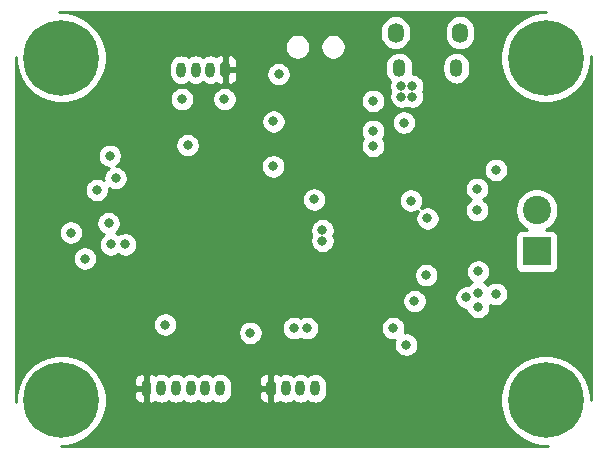
<source format=gbr>
%TF.GenerationSoftware,KiCad,Pcbnew,(5.1.10)-1*%
%TF.CreationDate,2021-06-24T14:57:30-07:00*%
%TF.ProjectId,stm32l476rg,73746d33-326c-4343-9736-72672e6b6963,rev?*%
%TF.SameCoordinates,Original*%
%TF.FileFunction,Copper,L3,Inr*%
%TF.FilePolarity,Positive*%
%FSLAX46Y46*%
G04 Gerber Fmt 4.6, Leading zero omitted, Abs format (unit mm)*
G04 Created by KiCad (PCBNEW (5.1.10)-1) date 2021-06-24 14:57:30*
%MOMM*%
%LPD*%
G01*
G04 APERTURE LIST*
%TA.AperFunction,ComponentPad*%
%ADD10O,1.100000X1.500000*%
%TD*%
%TA.AperFunction,ComponentPad*%
%ADD11O,1.350000X1.700000*%
%TD*%
%TA.AperFunction,ComponentPad*%
%ADD12C,0.800000*%
%TD*%
%TA.AperFunction,ComponentPad*%
%ADD13C,6.400000*%
%TD*%
%TA.AperFunction,ComponentPad*%
%ADD14O,0.800000X1.300000*%
%TD*%
%TA.AperFunction,ComponentPad*%
%ADD15R,2.400000X2.400000*%
%TD*%
%TA.AperFunction,ComponentPad*%
%ADD16C,2.400000*%
%TD*%
%TA.AperFunction,ViaPad*%
%ADD17C,0.800000*%
%TD*%
%TA.AperFunction,Conductor*%
%ADD18C,0.254000*%
%TD*%
%TA.AperFunction,Conductor*%
%ADD19C,0.100000*%
%TD*%
G04 APERTURE END LIST*
D10*
%TO.N,Net-(J5-Pad6)*%
%TO.C,J5*%
X142445000Y-108885000D03*
X137605000Y-108885000D03*
D11*
X142755000Y-105885000D03*
X137295000Y-105885000D03*
%TD*%
D12*
%TO.N,GND*%
%TO.C,H1*%
X110697056Y-106302944D03*
X109000000Y-105600000D03*
X107302944Y-106302944D03*
X106600000Y-108000000D03*
X107302944Y-109697056D03*
X109000000Y-110400000D03*
X110697056Y-109697056D03*
X111400000Y-108000000D03*
D13*
X109000000Y-108000000D03*
%TD*%
D12*
%TO.N,GND*%
%TO.C,H2*%
X151697056Y-106302944D03*
X150000000Y-105600000D03*
X148302944Y-106302944D03*
X147600000Y-108000000D03*
X148302944Y-109697056D03*
X150000000Y-110400000D03*
X151697056Y-109697056D03*
X152400000Y-108000000D03*
D13*
X150000000Y-108000000D03*
%TD*%
%TO.N,GND*%
%TO.C,H3*%
X109000000Y-137000000D03*
D12*
X111400000Y-137000000D03*
X110697056Y-138697056D03*
X109000000Y-139400000D03*
X107302944Y-138697056D03*
X106600000Y-137000000D03*
X107302944Y-135302944D03*
X109000000Y-134600000D03*
X110697056Y-135302944D03*
%TD*%
%TO.N,GND*%
%TO.C,H4*%
X151697056Y-135302944D03*
X150000000Y-134600000D03*
X148302944Y-135302944D03*
X147600000Y-137000000D03*
X148302944Y-138697056D03*
X150000000Y-139400000D03*
X151697056Y-138697056D03*
X152400000Y-137000000D03*
D13*
X150000000Y-137000000D03*
%TD*%
D14*
%TO.N,GND*%
%TO.C,J1*%
X130500000Y-136000000D03*
%TO.N,UART3_RX*%
X129250000Y-136000000D03*
%TO.N,UART3_TX*%
X128000000Y-136000000D03*
%TO.N,+3V3*%
%TA.AperFunction,ComponentPad*%
G36*
G01*
X126350000Y-136450000D02*
X126350000Y-135550000D01*
G75*
G02*
X126550000Y-135350000I200000J0D01*
G01*
X126950000Y-135350000D01*
G75*
G02*
X127150000Y-135550000I0J-200000D01*
G01*
X127150000Y-136450000D01*
G75*
G02*
X126950000Y-136650000I-200000J0D01*
G01*
X126550000Y-136650000D01*
G75*
G02*
X126350000Y-136450000I0J200000D01*
G01*
G37*
%TD.AperFunction*%
%TD*%
%TO.N,+3V3*%
%TO.C,J2*%
%TA.AperFunction,ComponentPad*%
G36*
G01*
X123275000Y-108550000D02*
X123275000Y-109450000D01*
G75*
G02*
X123075000Y-109650000I-200000J0D01*
G01*
X122675000Y-109650000D01*
G75*
G02*
X122475000Y-109450000I0J200000D01*
G01*
X122475000Y-108550000D01*
G75*
G02*
X122675000Y-108350000I200000J0D01*
G01*
X123075000Y-108350000D01*
G75*
G02*
X123275000Y-108550000I0J-200000D01*
G01*
G37*
%TD.AperFunction*%
%TO.N,I2C1_SCL*%
X121625000Y-109000000D03*
%TO.N,I2C1_SDA*%
X120375000Y-109000000D03*
%TO.N,GND*%
X119125000Y-109000000D03*
%TD*%
%TO.N,+3V3*%
%TO.C,J3*%
%TA.AperFunction,ComponentPad*%
G36*
G01*
X115800000Y-136450000D02*
X115800000Y-135550000D01*
G75*
G02*
X116000000Y-135350000I200000J0D01*
G01*
X116400000Y-135350000D01*
G75*
G02*
X116600000Y-135550000I0J-200000D01*
G01*
X116600000Y-136450000D01*
G75*
G02*
X116400000Y-136650000I-200000J0D01*
G01*
X116000000Y-136650000D01*
G75*
G02*
X115800000Y-136450000I0J200000D01*
G01*
G37*
%TD.AperFunction*%
%TO.N,SPI1_CS1*%
X117450000Y-136000000D03*
%TO.N,SPI1_SCK*%
X118700000Y-136000000D03*
%TO.N,SPI1_MISO*%
X119950000Y-136000000D03*
%TO.N,SPI1_MOSI*%
X121200000Y-136000000D03*
%TO.N,GND*%
X122450000Y-136000000D03*
%TD*%
D15*
%TO.N,+9V*%
%TO.C,J6*%
X149250000Y-124400000D03*
D16*
%TO.N,GND*%
X149250000Y-120900000D03*
%TD*%
D17*
%TO.N,GND*%
X135400000Y-111660000D03*
X135400000Y-114200000D03*
X135400000Y-115470000D03*
%TO.N,+3V3*%
X133750000Y-117950000D03*
X131900000Y-109200000D03*
%TO.N,GND*%
X145800000Y-128000000D03*
X145800000Y-117500000D03*
X111000000Y-125000000D03*
X112000000Y-119200000D03*
X113600000Y-118200000D03*
X113100000Y-116300000D03*
X127400000Y-109400000D03*
X113200000Y-123800000D03*
X114400000Y-123800000D03*
X117800000Y-130600000D03*
X125000000Y-131300000D03*
X138700000Y-110400000D03*
X138700000Y-111300000D03*
X137800000Y-111300000D03*
X137800000Y-110400000D03*
X131100000Y-122600000D03*
X131100000Y-123500000D03*
X138600000Y-120100000D03*
X140000000Y-121600000D03*
X144200000Y-119100000D03*
X144300000Y-127900000D03*
X143300000Y-128300000D03*
X144200000Y-120900000D03*
X144300000Y-126100000D03*
X144300000Y-129100000D03*
X128700000Y-130900000D03*
X129800000Y-130900000D03*
X137100000Y-130900000D03*
X138200000Y-132300000D03*
X139900000Y-126400000D03*
X138900000Y-128600000D03*
X113000000Y-122000000D03*
X109800000Y-122800000D03*
X119700000Y-115400000D03*
X138000000Y-113500000D03*
X130400000Y-120000000D03*
%TO.N,+3V3*%
X146700000Y-114600000D03*
X139100000Y-130800000D03*
X140000000Y-131600000D03*
X135200000Y-132300000D03*
X131200000Y-132300000D03*
X134900000Y-129000000D03*
X134900000Y-129900000D03*
X131400000Y-129000000D03*
X131400000Y-129900000D03*
X113325000Y-127450000D03*
X112600000Y-126700000D03*
X115575000Y-117200000D03*
X117700000Y-113700000D03*
X124300000Y-113700000D03*
X119500000Y-131350000D03*
X126700000Y-130500000D03*
X114425000Y-119900000D03*
X118025000Y-114675000D03*
X130300000Y-118600000D03*
%TO.N,NRST*%
X126942831Y-117192831D03*
X126950000Y-113400000D03*
%TO.N,BOOT0*%
X119200000Y-111500000D03*
X122800000Y-111500000D03*
%TD*%
D18*
%TO.N,+3V3*%
X150020997Y-104165000D02*
X149622285Y-104165000D01*
X148881372Y-104312377D01*
X148183446Y-104601467D01*
X147555330Y-105021161D01*
X147021161Y-105555330D01*
X146601467Y-106183446D01*
X146312377Y-106881372D01*
X146165000Y-107622285D01*
X146165000Y-108377715D01*
X146312377Y-109118628D01*
X146601467Y-109816554D01*
X147021161Y-110444670D01*
X147555330Y-110978839D01*
X148183446Y-111398533D01*
X148881372Y-111687623D01*
X149622285Y-111835000D01*
X150377715Y-111835000D01*
X151118628Y-111687623D01*
X151816554Y-111398533D01*
X152444670Y-110978839D01*
X152978839Y-110444670D01*
X153398533Y-109816554D01*
X153687623Y-109118628D01*
X153835000Y-108377715D01*
X153835000Y-107830341D01*
X153835790Y-107835790D01*
X153840000Y-108008063D01*
X153840001Y-136968581D01*
X153835000Y-137020997D01*
X153835000Y-136622285D01*
X153687623Y-135881372D01*
X153398533Y-135183446D01*
X152978839Y-134555330D01*
X152444670Y-134021161D01*
X151816554Y-133601467D01*
X151118628Y-133312377D01*
X150377715Y-133165000D01*
X149622285Y-133165000D01*
X148881372Y-133312377D01*
X148183446Y-133601467D01*
X147555330Y-134021161D01*
X147021161Y-134555330D01*
X146601467Y-135183446D01*
X146312377Y-135881372D01*
X146165000Y-136622285D01*
X146165000Y-137377715D01*
X146312377Y-138118628D01*
X146601467Y-138816554D01*
X147021161Y-139444670D01*
X147555330Y-139978839D01*
X148183446Y-140398533D01*
X148881372Y-140687623D01*
X149622285Y-140835000D01*
X150169659Y-140835000D01*
X150164210Y-140835790D01*
X149991937Y-140840000D01*
X109031409Y-140840000D01*
X108979003Y-140835000D01*
X109377715Y-140835000D01*
X110118628Y-140687623D01*
X110816554Y-140398533D01*
X111444670Y-139978839D01*
X111978839Y-139444670D01*
X112398533Y-138816554D01*
X112687623Y-138118628D01*
X112835000Y-137377715D01*
X112835000Y-136650000D01*
X115161928Y-136650000D01*
X115174188Y-136774482D01*
X115210498Y-136894180D01*
X115269463Y-137004494D01*
X115348815Y-137101185D01*
X115445506Y-137180537D01*
X115555820Y-137239502D01*
X115675518Y-137275812D01*
X115800000Y-137288072D01*
X115914250Y-137285000D01*
X116073000Y-137126250D01*
X116073000Y-136127000D01*
X115323750Y-136127000D01*
X115165000Y-136285750D01*
X115161928Y-136650000D01*
X112835000Y-136650000D01*
X112835000Y-136622285D01*
X112687623Y-135881372D01*
X112467522Y-135350000D01*
X115161928Y-135350000D01*
X115165000Y-135714250D01*
X115323750Y-135873000D01*
X116073000Y-135873000D01*
X116073000Y-134873750D01*
X116327000Y-134873750D01*
X116327000Y-135873000D01*
X116347000Y-135873000D01*
X116347000Y-136127000D01*
X116327000Y-136127000D01*
X116327000Y-137126250D01*
X116485750Y-137285000D01*
X116600000Y-137288072D01*
X116724482Y-137275812D01*
X116844180Y-137239502D01*
X116954494Y-137180537D01*
X116970594Y-137167324D01*
X117052008Y-137210841D01*
X117247106Y-137270024D01*
X117450000Y-137290007D01*
X117652895Y-137270024D01*
X117847993Y-137210841D01*
X118027797Y-137114734D01*
X118075001Y-137075995D01*
X118122204Y-137114734D01*
X118302008Y-137210841D01*
X118497106Y-137270024D01*
X118700000Y-137290007D01*
X118902895Y-137270024D01*
X119097993Y-137210841D01*
X119277797Y-137114734D01*
X119325001Y-137075995D01*
X119372204Y-137114734D01*
X119552008Y-137210841D01*
X119747106Y-137270024D01*
X119950000Y-137290007D01*
X120152895Y-137270024D01*
X120347993Y-137210841D01*
X120527797Y-137114734D01*
X120575001Y-137075995D01*
X120622204Y-137114734D01*
X120802008Y-137210841D01*
X120997106Y-137270024D01*
X121200000Y-137290007D01*
X121402895Y-137270024D01*
X121597993Y-137210841D01*
X121777797Y-137114734D01*
X121825001Y-137075995D01*
X121872204Y-137114734D01*
X122052008Y-137210841D01*
X122247106Y-137270024D01*
X122450000Y-137290007D01*
X122652895Y-137270024D01*
X122847993Y-137210841D01*
X123027797Y-137114734D01*
X123185396Y-136985396D01*
X123314734Y-136827797D01*
X123409767Y-136650000D01*
X125711928Y-136650000D01*
X125724188Y-136774482D01*
X125760498Y-136894180D01*
X125819463Y-137004494D01*
X125898815Y-137101185D01*
X125995506Y-137180537D01*
X126105820Y-137239502D01*
X126225518Y-137275812D01*
X126350000Y-137288072D01*
X126464250Y-137285000D01*
X126623000Y-137126250D01*
X126623000Y-136127000D01*
X125873750Y-136127000D01*
X125715000Y-136285750D01*
X125711928Y-136650000D01*
X123409767Y-136650000D01*
X123410841Y-136647992D01*
X123470024Y-136452894D01*
X123485000Y-136300837D01*
X123485000Y-135699162D01*
X123470024Y-135547105D01*
X123410841Y-135352007D01*
X123409769Y-135350000D01*
X125711928Y-135350000D01*
X125715000Y-135714250D01*
X125873750Y-135873000D01*
X126623000Y-135873000D01*
X126623000Y-134873750D01*
X126877000Y-134873750D01*
X126877000Y-135873000D01*
X126897000Y-135873000D01*
X126897000Y-136127000D01*
X126877000Y-136127000D01*
X126877000Y-137126250D01*
X127035750Y-137285000D01*
X127150000Y-137288072D01*
X127274482Y-137275812D01*
X127394180Y-137239502D01*
X127504494Y-137180537D01*
X127520594Y-137167324D01*
X127602008Y-137210841D01*
X127797106Y-137270024D01*
X128000000Y-137290007D01*
X128202895Y-137270024D01*
X128397993Y-137210841D01*
X128577797Y-137114734D01*
X128625001Y-137075995D01*
X128672204Y-137114734D01*
X128852008Y-137210841D01*
X129047106Y-137270024D01*
X129250000Y-137290007D01*
X129452895Y-137270024D01*
X129647993Y-137210841D01*
X129827797Y-137114734D01*
X129875001Y-137075995D01*
X129922204Y-137114734D01*
X130102008Y-137210841D01*
X130297106Y-137270024D01*
X130500000Y-137290007D01*
X130702895Y-137270024D01*
X130897993Y-137210841D01*
X131077797Y-137114734D01*
X131235396Y-136985396D01*
X131364734Y-136827797D01*
X131460841Y-136647992D01*
X131520024Y-136452894D01*
X131535000Y-136300837D01*
X131535000Y-135699162D01*
X131520024Y-135547105D01*
X131460841Y-135352007D01*
X131364734Y-135172203D01*
X131235396Y-135014604D01*
X131077797Y-134885266D01*
X130897992Y-134789159D01*
X130702894Y-134729976D01*
X130500000Y-134709993D01*
X130297105Y-134729976D01*
X130102007Y-134789159D01*
X129922203Y-134885266D01*
X129875000Y-134924004D01*
X129827797Y-134885266D01*
X129647992Y-134789159D01*
X129452894Y-134729976D01*
X129250000Y-134709993D01*
X129047105Y-134729976D01*
X128852007Y-134789159D01*
X128672203Y-134885266D01*
X128625000Y-134924004D01*
X128577797Y-134885266D01*
X128397992Y-134789159D01*
X128202894Y-134729976D01*
X128000000Y-134709993D01*
X127797105Y-134729976D01*
X127602007Y-134789159D01*
X127520593Y-134832675D01*
X127504494Y-134819463D01*
X127394180Y-134760498D01*
X127274482Y-134724188D01*
X127150000Y-134711928D01*
X127035750Y-134715000D01*
X126877000Y-134873750D01*
X126623000Y-134873750D01*
X126464250Y-134715000D01*
X126350000Y-134711928D01*
X126225518Y-134724188D01*
X126105820Y-134760498D01*
X125995506Y-134819463D01*
X125898815Y-134898815D01*
X125819463Y-134995506D01*
X125760498Y-135105820D01*
X125724188Y-135225518D01*
X125711928Y-135350000D01*
X123409769Y-135350000D01*
X123314734Y-135172203D01*
X123185396Y-135014604D01*
X123027797Y-134885266D01*
X122847992Y-134789159D01*
X122652894Y-134729976D01*
X122450000Y-134709993D01*
X122247105Y-134729976D01*
X122052007Y-134789159D01*
X121872203Y-134885266D01*
X121825000Y-134924004D01*
X121777797Y-134885266D01*
X121597992Y-134789159D01*
X121402894Y-134729976D01*
X121200000Y-134709993D01*
X120997105Y-134729976D01*
X120802007Y-134789159D01*
X120622203Y-134885266D01*
X120575000Y-134924004D01*
X120527797Y-134885266D01*
X120347992Y-134789159D01*
X120152894Y-134729976D01*
X119950000Y-134709993D01*
X119747105Y-134729976D01*
X119552007Y-134789159D01*
X119372203Y-134885266D01*
X119325000Y-134924004D01*
X119277797Y-134885266D01*
X119097992Y-134789159D01*
X118902894Y-134729976D01*
X118700000Y-134709993D01*
X118497105Y-134729976D01*
X118302007Y-134789159D01*
X118122203Y-134885266D01*
X118075000Y-134924004D01*
X118027797Y-134885266D01*
X117847992Y-134789159D01*
X117652894Y-134729976D01*
X117450000Y-134709993D01*
X117247105Y-134729976D01*
X117052007Y-134789159D01*
X116970593Y-134832675D01*
X116954494Y-134819463D01*
X116844180Y-134760498D01*
X116724482Y-134724188D01*
X116600000Y-134711928D01*
X116485750Y-134715000D01*
X116327000Y-134873750D01*
X116073000Y-134873750D01*
X115914250Y-134715000D01*
X115800000Y-134711928D01*
X115675518Y-134724188D01*
X115555820Y-134760498D01*
X115445506Y-134819463D01*
X115348815Y-134898815D01*
X115269463Y-134995506D01*
X115210498Y-135105820D01*
X115174188Y-135225518D01*
X115161928Y-135350000D01*
X112467522Y-135350000D01*
X112398533Y-135183446D01*
X111978839Y-134555330D01*
X111444670Y-134021161D01*
X110816554Y-133601467D01*
X110118628Y-133312377D01*
X109377715Y-133165000D01*
X108622285Y-133165000D01*
X107881372Y-133312377D01*
X107183446Y-133601467D01*
X106555330Y-134021161D01*
X106021161Y-134555330D01*
X105601467Y-135183446D01*
X105312377Y-135881372D01*
X105165000Y-136622285D01*
X105165000Y-137169659D01*
X105164210Y-137164210D01*
X105160000Y-136991937D01*
X105160000Y-130498061D01*
X116765000Y-130498061D01*
X116765000Y-130701939D01*
X116804774Y-130901898D01*
X116882795Y-131090256D01*
X116996063Y-131259774D01*
X117140226Y-131403937D01*
X117309744Y-131517205D01*
X117498102Y-131595226D01*
X117698061Y-131635000D01*
X117901939Y-131635000D01*
X118101898Y-131595226D01*
X118290256Y-131517205D01*
X118459774Y-131403937D01*
X118603937Y-131259774D01*
X118645172Y-131198061D01*
X123965000Y-131198061D01*
X123965000Y-131401939D01*
X124004774Y-131601898D01*
X124082795Y-131790256D01*
X124196063Y-131959774D01*
X124340226Y-132103937D01*
X124509744Y-132217205D01*
X124698102Y-132295226D01*
X124898061Y-132335000D01*
X125101939Y-132335000D01*
X125301898Y-132295226D01*
X125490256Y-132217205D01*
X125659774Y-132103937D01*
X125803937Y-131959774D01*
X125917205Y-131790256D01*
X125995226Y-131601898D01*
X126035000Y-131401939D01*
X126035000Y-131198061D01*
X125995226Y-130998102D01*
X125917205Y-130809744D01*
X125909399Y-130798061D01*
X127665000Y-130798061D01*
X127665000Y-131001939D01*
X127704774Y-131201898D01*
X127782795Y-131390256D01*
X127896063Y-131559774D01*
X128040226Y-131703937D01*
X128209744Y-131817205D01*
X128398102Y-131895226D01*
X128598061Y-131935000D01*
X128801939Y-131935000D01*
X129001898Y-131895226D01*
X129190256Y-131817205D01*
X129250000Y-131777285D01*
X129309744Y-131817205D01*
X129498102Y-131895226D01*
X129698061Y-131935000D01*
X129901939Y-131935000D01*
X130101898Y-131895226D01*
X130290256Y-131817205D01*
X130459774Y-131703937D01*
X130603937Y-131559774D01*
X130717205Y-131390256D01*
X130795226Y-131201898D01*
X130835000Y-131001939D01*
X130835000Y-130798061D01*
X136065000Y-130798061D01*
X136065000Y-131001939D01*
X136104774Y-131201898D01*
X136182795Y-131390256D01*
X136296063Y-131559774D01*
X136440226Y-131703937D01*
X136609744Y-131817205D01*
X136798102Y-131895226D01*
X136998061Y-131935000D01*
X137201939Y-131935000D01*
X137233513Y-131928720D01*
X137204774Y-131998102D01*
X137165000Y-132198061D01*
X137165000Y-132401939D01*
X137204774Y-132601898D01*
X137282795Y-132790256D01*
X137396063Y-132959774D01*
X137540226Y-133103937D01*
X137709744Y-133217205D01*
X137898102Y-133295226D01*
X138098061Y-133335000D01*
X138301939Y-133335000D01*
X138501898Y-133295226D01*
X138690256Y-133217205D01*
X138859774Y-133103937D01*
X139003937Y-132959774D01*
X139117205Y-132790256D01*
X139195226Y-132601898D01*
X139235000Y-132401939D01*
X139235000Y-132198061D01*
X139195226Y-131998102D01*
X139117205Y-131809744D01*
X139003937Y-131640226D01*
X138859774Y-131496063D01*
X138690256Y-131382795D01*
X138501898Y-131304774D01*
X138301939Y-131265000D01*
X138098061Y-131265000D01*
X138066487Y-131271280D01*
X138095226Y-131201898D01*
X138135000Y-131001939D01*
X138135000Y-130798061D01*
X138095226Y-130598102D01*
X138017205Y-130409744D01*
X137903937Y-130240226D01*
X137759774Y-130096063D01*
X137590256Y-129982795D01*
X137401898Y-129904774D01*
X137201939Y-129865000D01*
X136998061Y-129865000D01*
X136798102Y-129904774D01*
X136609744Y-129982795D01*
X136440226Y-130096063D01*
X136296063Y-130240226D01*
X136182795Y-130409744D01*
X136104774Y-130598102D01*
X136065000Y-130798061D01*
X130835000Y-130798061D01*
X130795226Y-130598102D01*
X130717205Y-130409744D01*
X130603937Y-130240226D01*
X130459774Y-130096063D01*
X130290256Y-129982795D01*
X130101898Y-129904774D01*
X129901939Y-129865000D01*
X129698061Y-129865000D01*
X129498102Y-129904774D01*
X129309744Y-129982795D01*
X129250000Y-130022715D01*
X129190256Y-129982795D01*
X129001898Y-129904774D01*
X128801939Y-129865000D01*
X128598061Y-129865000D01*
X128398102Y-129904774D01*
X128209744Y-129982795D01*
X128040226Y-130096063D01*
X127896063Y-130240226D01*
X127782795Y-130409744D01*
X127704774Y-130598102D01*
X127665000Y-130798061D01*
X125909399Y-130798061D01*
X125803937Y-130640226D01*
X125659774Y-130496063D01*
X125490256Y-130382795D01*
X125301898Y-130304774D01*
X125101939Y-130265000D01*
X124898061Y-130265000D01*
X124698102Y-130304774D01*
X124509744Y-130382795D01*
X124340226Y-130496063D01*
X124196063Y-130640226D01*
X124082795Y-130809744D01*
X124004774Y-130998102D01*
X123965000Y-131198061D01*
X118645172Y-131198061D01*
X118717205Y-131090256D01*
X118795226Y-130901898D01*
X118835000Y-130701939D01*
X118835000Y-130498061D01*
X118795226Y-130298102D01*
X118717205Y-130109744D01*
X118603937Y-129940226D01*
X118459774Y-129796063D01*
X118290256Y-129682795D01*
X118101898Y-129604774D01*
X117901939Y-129565000D01*
X117698061Y-129565000D01*
X117498102Y-129604774D01*
X117309744Y-129682795D01*
X117140226Y-129796063D01*
X116996063Y-129940226D01*
X116882795Y-130109744D01*
X116804774Y-130298102D01*
X116765000Y-130498061D01*
X105160000Y-130498061D01*
X105160000Y-128498061D01*
X137865000Y-128498061D01*
X137865000Y-128701939D01*
X137904774Y-128901898D01*
X137982795Y-129090256D01*
X138096063Y-129259774D01*
X138240226Y-129403937D01*
X138409744Y-129517205D01*
X138598102Y-129595226D01*
X138798061Y-129635000D01*
X139001939Y-129635000D01*
X139201898Y-129595226D01*
X139390256Y-129517205D01*
X139559774Y-129403937D01*
X139703937Y-129259774D01*
X139817205Y-129090256D01*
X139895226Y-128901898D01*
X139935000Y-128701939D01*
X139935000Y-128498061D01*
X139895226Y-128298102D01*
X139853788Y-128198061D01*
X142265000Y-128198061D01*
X142265000Y-128401939D01*
X142304774Y-128601898D01*
X142382795Y-128790256D01*
X142496063Y-128959774D01*
X142640226Y-129103937D01*
X142809744Y-129217205D01*
X142998102Y-129295226D01*
X143198061Y-129335000D01*
X143291467Y-129335000D01*
X143304774Y-129401898D01*
X143382795Y-129590256D01*
X143496063Y-129759774D01*
X143640226Y-129903937D01*
X143809744Y-130017205D01*
X143998102Y-130095226D01*
X144198061Y-130135000D01*
X144401939Y-130135000D01*
X144601898Y-130095226D01*
X144790256Y-130017205D01*
X144959774Y-129903937D01*
X145103937Y-129759774D01*
X145217205Y-129590256D01*
X145295226Y-129401898D01*
X145335000Y-129201939D01*
X145335000Y-128998061D01*
X145319741Y-128921346D01*
X145498102Y-128995226D01*
X145698061Y-129035000D01*
X145901939Y-129035000D01*
X146101898Y-128995226D01*
X146290256Y-128917205D01*
X146459774Y-128803937D01*
X146603937Y-128659774D01*
X146717205Y-128490256D01*
X146795226Y-128301898D01*
X146835000Y-128101939D01*
X146835000Y-127898061D01*
X146795226Y-127698102D01*
X146717205Y-127509744D01*
X146603937Y-127340226D01*
X146459774Y-127196063D01*
X146290256Y-127082795D01*
X146101898Y-127004774D01*
X145901939Y-126965000D01*
X145698061Y-126965000D01*
X145498102Y-127004774D01*
X145309744Y-127082795D01*
X145140226Y-127196063D01*
X145100000Y-127236289D01*
X144959774Y-127096063D01*
X144816005Y-127000000D01*
X144959774Y-126903937D01*
X145103937Y-126759774D01*
X145217205Y-126590256D01*
X145295226Y-126401898D01*
X145335000Y-126201939D01*
X145335000Y-125998061D01*
X145295226Y-125798102D01*
X145217205Y-125609744D01*
X145103937Y-125440226D01*
X144959774Y-125296063D01*
X144790256Y-125182795D01*
X144601898Y-125104774D01*
X144401939Y-125065000D01*
X144198061Y-125065000D01*
X143998102Y-125104774D01*
X143809744Y-125182795D01*
X143640226Y-125296063D01*
X143496063Y-125440226D01*
X143382795Y-125609744D01*
X143304774Y-125798102D01*
X143265000Y-125998061D01*
X143265000Y-126201939D01*
X143304774Y-126401898D01*
X143382795Y-126590256D01*
X143496063Y-126759774D01*
X143640226Y-126903937D01*
X143783995Y-127000000D01*
X143640226Y-127096063D01*
X143496063Y-127240226D01*
X143470409Y-127278619D01*
X143401939Y-127265000D01*
X143198061Y-127265000D01*
X142998102Y-127304774D01*
X142809744Y-127382795D01*
X142640226Y-127496063D01*
X142496063Y-127640226D01*
X142382795Y-127809744D01*
X142304774Y-127998102D01*
X142265000Y-128198061D01*
X139853788Y-128198061D01*
X139817205Y-128109744D01*
X139703937Y-127940226D01*
X139559774Y-127796063D01*
X139390256Y-127682795D01*
X139201898Y-127604774D01*
X139001939Y-127565000D01*
X138798061Y-127565000D01*
X138598102Y-127604774D01*
X138409744Y-127682795D01*
X138240226Y-127796063D01*
X138096063Y-127940226D01*
X137982795Y-128109744D01*
X137904774Y-128298102D01*
X137865000Y-128498061D01*
X105160000Y-128498061D01*
X105160000Y-126298061D01*
X138865000Y-126298061D01*
X138865000Y-126501939D01*
X138904774Y-126701898D01*
X138982795Y-126890256D01*
X139096063Y-127059774D01*
X139240226Y-127203937D01*
X139409744Y-127317205D01*
X139598102Y-127395226D01*
X139798061Y-127435000D01*
X140001939Y-127435000D01*
X140201898Y-127395226D01*
X140390256Y-127317205D01*
X140559774Y-127203937D01*
X140703937Y-127059774D01*
X140817205Y-126890256D01*
X140895226Y-126701898D01*
X140935000Y-126501939D01*
X140935000Y-126298061D01*
X140895226Y-126098102D01*
X140817205Y-125909744D01*
X140703937Y-125740226D01*
X140559774Y-125596063D01*
X140390256Y-125482795D01*
X140201898Y-125404774D01*
X140001939Y-125365000D01*
X139798061Y-125365000D01*
X139598102Y-125404774D01*
X139409744Y-125482795D01*
X139240226Y-125596063D01*
X139096063Y-125740226D01*
X138982795Y-125909744D01*
X138904774Y-126098102D01*
X138865000Y-126298061D01*
X105160000Y-126298061D01*
X105160000Y-124898061D01*
X109965000Y-124898061D01*
X109965000Y-125101939D01*
X110004774Y-125301898D01*
X110082795Y-125490256D01*
X110196063Y-125659774D01*
X110340226Y-125803937D01*
X110509744Y-125917205D01*
X110698102Y-125995226D01*
X110898061Y-126035000D01*
X111101939Y-126035000D01*
X111301898Y-125995226D01*
X111490256Y-125917205D01*
X111659774Y-125803937D01*
X111803937Y-125659774D01*
X111917205Y-125490256D01*
X111995226Y-125301898D01*
X112035000Y-125101939D01*
X112035000Y-124898061D01*
X111995226Y-124698102D01*
X111917205Y-124509744D01*
X111803937Y-124340226D01*
X111659774Y-124196063D01*
X111490256Y-124082795D01*
X111301898Y-124004774D01*
X111101939Y-123965000D01*
X110898061Y-123965000D01*
X110698102Y-124004774D01*
X110509744Y-124082795D01*
X110340226Y-124196063D01*
X110196063Y-124340226D01*
X110082795Y-124509744D01*
X110004774Y-124698102D01*
X109965000Y-124898061D01*
X105160000Y-124898061D01*
X105160000Y-122698061D01*
X108765000Y-122698061D01*
X108765000Y-122901939D01*
X108804774Y-123101898D01*
X108882795Y-123290256D01*
X108996063Y-123459774D01*
X109140226Y-123603937D01*
X109309744Y-123717205D01*
X109498102Y-123795226D01*
X109698061Y-123835000D01*
X109901939Y-123835000D01*
X110101898Y-123795226D01*
X110290256Y-123717205D01*
X110459774Y-123603937D01*
X110603937Y-123459774D01*
X110717205Y-123290256D01*
X110795226Y-123101898D01*
X110835000Y-122901939D01*
X110835000Y-122698061D01*
X110795226Y-122498102D01*
X110717205Y-122309744D01*
X110603937Y-122140226D01*
X110459774Y-121996063D01*
X110313104Y-121898061D01*
X111965000Y-121898061D01*
X111965000Y-122101939D01*
X112004774Y-122301898D01*
X112082795Y-122490256D01*
X112196063Y-122659774D01*
X112340226Y-122803937D01*
X112509744Y-122917205D01*
X112601416Y-122955177D01*
X112540226Y-122996063D01*
X112396063Y-123140226D01*
X112282795Y-123309744D01*
X112204774Y-123498102D01*
X112165000Y-123698061D01*
X112165000Y-123901939D01*
X112204774Y-124101898D01*
X112282795Y-124290256D01*
X112396063Y-124459774D01*
X112540226Y-124603937D01*
X112709744Y-124717205D01*
X112898102Y-124795226D01*
X113098061Y-124835000D01*
X113301939Y-124835000D01*
X113501898Y-124795226D01*
X113690256Y-124717205D01*
X113800000Y-124643877D01*
X113909744Y-124717205D01*
X114098102Y-124795226D01*
X114298061Y-124835000D01*
X114501939Y-124835000D01*
X114701898Y-124795226D01*
X114890256Y-124717205D01*
X115059774Y-124603937D01*
X115203937Y-124459774D01*
X115317205Y-124290256D01*
X115395226Y-124101898D01*
X115435000Y-123901939D01*
X115435000Y-123698061D01*
X115395226Y-123498102D01*
X115317205Y-123309744D01*
X115203937Y-123140226D01*
X115059774Y-122996063D01*
X114890256Y-122882795D01*
X114701898Y-122804774D01*
X114501939Y-122765000D01*
X114298061Y-122765000D01*
X114098102Y-122804774D01*
X113909744Y-122882795D01*
X113800000Y-122956123D01*
X113690256Y-122882795D01*
X113598584Y-122844823D01*
X113659774Y-122803937D01*
X113803937Y-122659774D01*
X113911989Y-122498061D01*
X130065000Y-122498061D01*
X130065000Y-122701939D01*
X130104774Y-122901898D01*
X130166120Y-123050000D01*
X130104774Y-123198102D01*
X130065000Y-123398061D01*
X130065000Y-123601939D01*
X130104774Y-123801898D01*
X130182795Y-123990256D01*
X130296063Y-124159774D01*
X130440226Y-124303937D01*
X130609744Y-124417205D01*
X130798102Y-124495226D01*
X130998061Y-124535000D01*
X131201939Y-124535000D01*
X131401898Y-124495226D01*
X131590256Y-124417205D01*
X131759774Y-124303937D01*
X131903937Y-124159774D01*
X132017205Y-123990256D01*
X132095226Y-123801898D01*
X132135000Y-123601939D01*
X132135000Y-123398061D01*
X132095604Y-123200000D01*
X147411928Y-123200000D01*
X147411928Y-125600000D01*
X147424188Y-125724482D01*
X147460498Y-125844180D01*
X147519463Y-125954494D01*
X147598815Y-126051185D01*
X147695506Y-126130537D01*
X147805820Y-126189502D01*
X147925518Y-126225812D01*
X148050000Y-126238072D01*
X150450000Y-126238072D01*
X150574482Y-126225812D01*
X150694180Y-126189502D01*
X150804494Y-126130537D01*
X150901185Y-126051185D01*
X150980537Y-125954494D01*
X151039502Y-125844180D01*
X151075812Y-125724482D01*
X151088072Y-125600000D01*
X151088072Y-123200000D01*
X151075812Y-123075518D01*
X151039502Y-122955820D01*
X150980537Y-122845506D01*
X150901185Y-122748815D01*
X150804494Y-122669463D01*
X150694180Y-122610498D01*
X150574482Y-122574188D01*
X150450000Y-122561928D01*
X150032838Y-122561928D01*
X150119199Y-122526156D01*
X150419744Y-122325338D01*
X150675338Y-122069744D01*
X150876156Y-121769199D01*
X151014482Y-121435250D01*
X151085000Y-121080732D01*
X151085000Y-120719268D01*
X151014482Y-120364750D01*
X150876156Y-120030801D01*
X150675338Y-119730256D01*
X150419744Y-119474662D01*
X150119199Y-119273844D01*
X149785250Y-119135518D01*
X149430732Y-119065000D01*
X149069268Y-119065000D01*
X148714750Y-119135518D01*
X148380801Y-119273844D01*
X148080256Y-119474662D01*
X147824662Y-119730256D01*
X147623844Y-120030801D01*
X147485518Y-120364750D01*
X147415000Y-120719268D01*
X147415000Y-121080732D01*
X147485518Y-121435250D01*
X147623844Y-121769199D01*
X147824662Y-122069744D01*
X148080256Y-122325338D01*
X148380801Y-122526156D01*
X148467162Y-122561928D01*
X148050000Y-122561928D01*
X147925518Y-122574188D01*
X147805820Y-122610498D01*
X147695506Y-122669463D01*
X147598815Y-122748815D01*
X147519463Y-122845506D01*
X147460498Y-122955820D01*
X147424188Y-123075518D01*
X147411928Y-123200000D01*
X132095604Y-123200000D01*
X132095226Y-123198102D01*
X132033880Y-123050000D01*
X132095226Y-122901898D01*
X132135000Y-122701939D01*
X132135000Y-122498061D01*
X132095226Y-122298102D01*
X132017205Y-122109744D01*
X131903937Y-121940226D01*
X131759774Y-121796063D01*
X131590256Y-121682795D01*
X131401898Y-121604774D01*
X131201939Y-121565000D01*
X130998061Y-121565000D01*
X130798102Y-121604774D01*
X130609744Y-121682795D01*
X130440226Y-121796063D01*
X130296063Y-121940226D01*
X130182795Y-122109744D01*
X130104774Y-122298102D01*
X130065000Y-122498061D01*
X113911989Y-122498061D01*
X113917205Y-122490256D01*
X113995226Y-122301898D01*
X114035000Y-122101939D01*
X114035000Y-121898061D01*
X113995226Y-121698102D01*
X113917205Y-121509744D01*
X113803937Y-121340226D01*
X113659774Y-121196063D01*
X113490256Y-121082795D01*
X113301898Y-121004774D01*
X113101939Y-120965000D01*
X112898061Y-120965000D01*
X112698102Y-121004774D01*
X112509744Y-121082795D01*
X112340226Y-121196063D01*
X112196063Y-121340226D01*
X112082795Y-121509744D01*
X112004774Y-121698102D01*
X111965000Y-121898061D01*
X110313104Y-121898061D01*
X110290256Y-121882795D01*
X110101898Y-121804774D01*
X109901939Y-121765000D01*
X109698061Y-121765000D01*
X109498102Y-121804774D01*
X109309744Y-121882795D01*
X109140226Y-121996063D01*
X108996063Y-122140226D01*
X108882795Y-122309744D01*
X108804774Y-122498102D01*
X108765000Y-122698061D01*
X105160000Y-122698061D01*
X105160000Y-119098061D01*
X110965000Y-119098061D01*
X110965000Y-119301939D01*
X111004774Y-119501898D01*
X111082795Y-119690256D01*
X111196063Y-119859774D01*
X111340226Y-120003937D01*
X111509744Y-120117205D01*
X111698102Y-120195226D01*
X111898061Y-120235000D01*
X112101939Y-120235000D01*
X112301898Y-120195226D01*
X112490256Y-120117205D01*
X112659774Y-120003937D01*
X112765650Y-119898061D01*
X129365000Y-119898061D01*
X129365000Y-120101939D01*
X129404774Y-120301898D01*
X129482795Y-120490256D01*
X129596063Y-120659774D01*
X129740226Y-120803937D01*
X129909744Y-120917205D01*
X130098102Y-120995226D01*
X130298061Y-121035000D01*
X130501939Y-121035000D01*
X130701898Y-120995226D01*
X130890256Y-120917205D01*
X131059774Y-120803937D01*
X131203937Y-120659774D01*
X131317205Y-120490256D01*
X131395226Y-120301898D01*
X131435000Y-120101939D01*
X131435000Y-119998061D01*
X137565000Y-119998061D01*
X137565000Y-120201939D01*
X137604774Y-120401898D01*
X137682795Y-120590256D01*
X137796063Y-120759774D01*
X137940226Y-120903937D01*
X138109744Y-121017205D01*
X138298102Y-121095226D01*
X138498061Y-121135000D01*
X138701939Y-121135000D01*
X138901898Y-121095226D01*
X139090256Y-121017205D01*
X139188481Y-120951573D01*
X139082795Y-121109744D01*
X139004774Y-121298102D01*
X138965000Y-121498061D01*
X138965000Y-121701939D01*
X139004774Y-121901898D01*
X139082795Y-122090256D01*
X139196063Y-122259774D01*
X139340226Y-122403937D01*
X139509744Y-122517205D01*
X139698102Y-122595226D01*
X139898061Y-122635000D01*
X140101939Y-122635000D01*
X140301898Y-122595226D01*
X140490256Y-122517205D01*
X140659774Y-122403937D01*
X140803937Y-122259774D01*
X140917205Y-122090256D01*
X140995226Y-121901898D01*
X141035000Y-121701939D01*
X141035000Y-121498061D01*
X140995226Y-121298102D01*
X140917205Y-121109744D01*
X140803937Y-120940226D01*
X140659774Y-120796063D01*
X140490256Y-120682795D01*
X140301898Y-120604774D01*
X140101939Y-120565000D01*
X139898061Y-120565000D01*
X139698102Y-120604774D01*
X139509744Y-120682795D01*
X139411519Y-120748427D01*
X139517205Y-120590256D01*
X139595226Y-120401898D01*
X139635000Y-120201939D01*
X139635000Y-119998061D01*
X139595226Y-119798102D01*
X139517205Y-119609744D01*
X139403937Y-119440226D01*
X139259774Y-119296063D01*
X139090256Y-119182795D01*
X138901898Y-119104774D01*
X138701939Y-119065000D01*
X138498061Y-119065000D01*
X138298102Y-119104774D01*
X138109744Y-119182795D01*
X137940226Y-119296063D01*
X137796063Y-119440226D01*
X137682795Y-119609744D01*
X137604774Y-119798102D01*
X137565000Y-119998061D01*
X131435000Y-119998061D01*
X131435000Y-119898061D01*
X131395226Y-119698102D01*
X131317205Y-119509744D01*
X131203937Y-119340226D01*
X131059774Y-119196063D01*
X130890256Y-119082795D01*
X130701898Y-119004774D01*
X130668150Y-118998061D01*
X143165000Y-118998061D01*
X143165000Y-119201939D01*
X143204774Y-119401898D01*
X143282795Y-119590256D01*
X143396063Y-119759774D01*
X143540226Y-119903937D01*
X143683995Y-120000000D01*
X143540226Y-120096063D01*
X143396063Y-120240226D01*
X143282795Y-120409744D01*
X143204774Y-120598102D01*
X143165000Y-120798061D01*
X143165000Y-121001939D01*
X143204774Y-121201898D01*
X143282795Y-121390256D01*
X143396063Y-121559774D01*
X143540226Y-121703937D01*
X143709744Y-121817205D01*
X143898102Y-121895226D01*
X144098061Y-121935000D01*
X144301939Y-121935000D01*
X144501898Y-121895226D01*
X144690256Y-121817205D01*
X144859774Y-121703937D01*
X145003937Y-121559774D01*
X145117205Y-121390256D01*
X145195226Y-121201898D01*
X145235000Y-121001939D01*
X145235000Y-120798061D01*
X145195226Y-120598102D01*
X145117205Y-120409744D01*
X145003937Y-120240226D01*
X144859774Y-120096063D01*
X144716005Y-120000000D01*
X144859774Y-119903937D01*
X145003937Y-119759774D01*
X145117205Y-119590256D01*
X145195226Y-119401898D01*
X145235000Y-119201939D01*
X145235000Y-118998061D01*
X145195226Y-118798102D01*
X145117205Y-118609744D01*
X145003937Y-118440226D01*
X144859774Y-118296063D01*
X144690256Y-118182795D01*
X144501898Y-118104774D01*
X144301939Y-118065000D01*
X144098061Y-118065000D01*
X143898102Y-118104774D01*
X143709744Y-118182795D01*
X143540226Y-118296063D01*
X143396063Y-118440226D01*
X143282795Y-118609744D01*
X143204774Y-118798102D01*
X143165000Y-118998061D01*
X130668150Y-118998061D01*
X130501939Y-118965000D01*
X130298061Y-118965000D01*
X130098102Y-119004774D01*
X129909744Y-119082795D01*
X129740226Y-119196063D01*
X129596063Y-119340226D01*
X129482795Y-119509744D01*
X129404774Y-119698102D01*
X129365000Y-119898061D01*
X112765650Y-119898061D01*
X112803937Y-119859774D01*
X112917205Y-119690256D01*
X112995226Y-119501898D01*
X113035000Y-119301939D01*
X113035000Y-119098061D01*
X113027935Y-119062542D01*
X113109744Y-119117205D01*
X113298102Y-119195226D01*
X113498061Y-119235000D01*
X113701939Y-119235000D01*
X113901898Y-119195226D01*
X114090256Y-119117205D01*
X114259774Y-119003937D01*
X114403937Y-118859774D01*
X114517205Y-118690256D01*
X114595226Y-118501898D01*
X114635000Y-118301939D01*
X114635000Y-118098061D01*
X114595226Y-117898102D01*
X114517205Y-117709744D01*
X114403937Y-117540226D01*
X114259774Y-117396063D01*
X114090256Y-117282795D01*
X113901898Y-117204774D01*
X113701939Y-117165000D01*
X113668387Y-117165000D01*
X113759774Y-117103937D01*
X113772819Y-117090892D01*
X125907831Y-117090892D01*
X125907831Y-117294770D01*
X125947605Y-117494729D01*
X126025626Y-117683087D01*
X126138894Y-117852605D01*
X126283057Y-117996768D01*
X126452575Y-118110036D01*
X126640933Y-118188057D01*
X126840892Y-118227831D01*
X127044770Y-118227831D01*
X127244729Y-118188057D01*
X127433087Y-118110036D01*
X127602605Y-117996768D01*
X127746768Y-117852605D01*
X127860036Y-117683087D01*
X127938057Y-117494729D01*
X127957285Y-117398061D01*
X144765000Y-117398061D01*
X144765000Y-117601939D01*
X144804774Y-117801898D01*
X144882795Y-117990256D01*
X144996063Y-118159774D01*
X145140226Y-118303937D01*
X145309744Y-118417205D01*
X145498102Y-118495226D01*
X145698061Y-118535000D01*
X145901939Y-118535000D01*
X146101898Y-118495226D01*
X146290256Y-118417205D01*
X146459774Y-118303937D01*
X146603937Y-118159774D01*
X146717205Y-117990256D01*
X146795226Y-117801898D01*
X146835000Y-117601939D01*
X146835000Y-117398061D01*
X146795226Y-117198102D01*
X146717205Y-117009744D01*
X146603937Y-116840226D01*
X146459774Y-116696063D01*
X146290256Y-116582795D01*
X146101898Y-116504774D01*
X145901939Y-116465000D01*
X145698061Y-116465000D01*
X145498102Y-116504774D01*
X145309744Y-116582795D01*
X145140226Y-116696063D01*
X144996063Y-116840226D01*
X144882795Y-117009744D01*
X144804774Y-117198102D01*
X144765000Y-117398061D01*
X127957285Y-117398061D01*
X127977831Y-117294770D01*
X127977831Y-117090892D01*
X127938057Y-116890933D01*
X127860036Y-116702575D01*
X127746768Y-116533057D01*
X127602605Y-116388894D01*
X127433087Y-116275626D01*
X127244729Y-116197605D01*
X127044770Y-116157831D01*
X126840892Y-116157831D01*
X126640933Y-116197605D01*
X126452575Y-116275626D01*
X126283057Y-116388894D01*
X126138894Y-116533057D01*
X126025626Y-116702575D01*
X125947605Y-116890933D01*
X125907831Y-117090892D01*
X113772819Y-117090892D01*
X113903937Y-116959774D01*
X114017205Y-116790256D01*
X114095226Y-116601898D01*
X114135000Y-116401939D01*
X114135000Y-116198061D01*
X114095226Y-115998102D01*
X114017205Y-115809744D01*
X113903937Y-115640226D01*
X113759774Y-115496063D01*
X113590256Y-115382795D01*
X113401898Y-115304774D01*
X113368150Y-115298061D01*
X118665000Y-115298061D01*
X118665000Y-115501939D01*
X118704774Y-115701898D01*
X118782795Y-115890256D01*
X118896063Y-116059774D01*
X119040226Y-116203937D01*
X119209744Y-116317205D01*
X119398102Y-116395226D01*
X119598061Y-116435000D01*
X119801939Y-116435000D01*
X120001898Y-116395226D01*
X120190256Y-116317205D01*
X120359774Y-116203937D01*
X120503937Y-116059774D01*
X120617205Y-115890256D01*
X120695226Y-115701898D01*
X120735000Y-115501939D01*
X120735000Y-115298061D01*
X120695226Y-115098102D01*
X120617205Y-114909744D01*
X120503937Y-114740226D01*
X120359774Y-114596063D01*
X120190256Y-114482795D01*
X120001898Y-114404774D01*
X119801939Y-114365000D01*
X119598061Y-114365000D01*
X119398102Y-114404774D01*
X119209744Y-114482795D01*
X119040226Y-114596063D01*
X118896063Y-114740226D01*
X118782795Y-114909744D01*
X118704774Y-115098102D01*
X118665000Y-115298061D01*
X113368150Y-115298061D01*
X113201939Y-115265000D01*
X112998061Y-115265000D01*
X112798102Y-115304774D01*
X112609744Y-115382795D01*
X112440226Y-115496063D01*
X112296063Y-115640226D01*
X112182795Y-115809744D01*
X112104774Y-115998102D01*
X112065000Y-116198061D01*
X112065000Y-116401939D01*
X112104774Y-116601898D01*
X112182795Y-116790256D01*
X112296063Y-116959774D01*
X112440226Y-117103937D01*
X112609744Y-117217205D01*
X112798102Y-117295226D01*
X112998061Y-117335000D01*
X113031613Y-117335000D01*
X112940226Y-117396063D01*
X112796063Y-117540226D01*
X112682795Y-117709744D01*
X112604774Y-117898102D01*
X112565000Y-118098061D01*
X112565000Y-118301939D01*
X112572065Y-118337458D01*
X112490256Y-118282795D01*
X112301898Y-118204774D01*
X112101939Y-118165000D01*
X111898061Y-118165000D01*
X111698102Y-118204774D01*
X111509744Y-118282795D01*
X111340226Y-118396063D01*
X111196063Y-118540226D01*
X111082795Y-118709744D01*
X111004774Y-118898102D01*
X110965000Y-119098061D01*
X105160000Y-119098061D01*
X105160000Y-113298061D01*
X125915000Y-113298061D01*
X125915000Y-113501939D01*
X125954774Y-113701898D01*
X126032795Y-113890256D01*
X126146063Y-114059774D01*
X126290226Y-114203937D01*
X126459744Y-114317205D01*
X126648102Y-114395226D01*
X126848061Y-114435000D01*
X127051939Y-114435000D01*
X127251898Y-114395226D01*
X127440256Y-114317205D01*
X127609774Y-114203937D01*
X127715650Y-114098061D01*
X134365000Y-114098061D01*
X134365000Y-114301939D01*
X134404774Y-114501898D01*
X134482795Y-114690256D01*
X134579510Y-114835000D01*
X134482795Y-114979744D01*
X134404774Y-115168102D01*
X134365000Y-115368061D01*
X134365000Y-115571939D01*
X134404774Y-115771898D01*
X134482795Y-115960256D01*
X134596063Y-116129774D01*
X134740226Y-116273937D01*
X134909744Y-116387205D01*
X135098102Y-116465226D01*
X135298061Y-116505000D01*
X135501939Y-116505000D01*
X135701898Y-116465226D01*
X135890256Y-116387205D01*
X136059774Y-116273937D01*
X136203937Y-116129774D01*
X136317205Y-115960256D01*
X136395226Y-115771898D01*
X136435000Y-115571939D01*
X136435000Y-115368061D01*
X136395226Y-115168102D01*
X136317205Y-114979744D01*
X136220490Y-114835000D01*
X136317205Y-114690256D01*
X136395226Y-114501898D01*
X136435000Y-114301939D01*
X136435000Y-114098061D01*
X136395226Y-113898102D01*
X136317205Y-113709744D01*
X136203937Y-113540226D01*
X136061772Y-113398061D01*
X136965000Y-113398061D01*
X136965000Y-113601939D01*
X137004774Y-113801898D01*
X137082795Y-113990256D01*
X137196063Y-114159774D01*
X137340226Y-114303937D01*
X137509744Y-114417205D01*
X137698102Y-114495226D01*
X137898061Y-114535000D01*
X138101939Y-114535000D01*
X138301898Y-114495226D01*
X138490256Y-114417205D01*
X138659774Y-114303937D01*
X138803937Y-114159774D01*
X138917205Y-113990256D01*
X138995226Y-113801898D01*
X139035000Y-113601939D01*
X139035000Y-113398061D01*
X138995226Y-113198102D01*
X138917205Y-113009744D01*
X138803937Y-112840226D01*
X138659774Y-112696063D01*
X138490256Y-112582795D01*
X138301898Y-112504774D01*
X138101939Y-112465000D01*
X137898061Y-112465000D01*
X137698102Y-112504774D01*
X137509744Y-112582795D01*
X137340226Y-112696063D01*
X137196063Y-112840226D01*
X137082795Y-113009744D01*
X137004774Y-113198102D01*
X136965000Y-113398061D01*
X136061772Y-113398061D01*
X136059774Y-113396063D01*
X135890256Y-113282795D01*
X135701898Y-113204774D01*
X135501939Y-113165000D01*
X135298061Y-113165000D01*
X135098102Y-113204774D01*
X134909744Y-113282795D01*
X134740226Y-113396063D01*
X134596063Y-113540226D01*
X134482795Y-113709744D01*
X134404774Y-113898102D01*
X134365000Y-114098061D01*
X127715650Y-114098061D01*
X127753937Y-114059774D01*
X127867205Y-113890256D01*
X127945226Y-113701898D01*
X127985000Y-113501939D01*
X127985000Y-113298061D01*
X127945226Y-113098102D01*
X127867205Y-112909744D01*
X127753937Y-112740226D01*
X127609774Y-112596063D01*
X127440256Y-112482795D01*
X127251898Y-112404774D01*
X127051939Y-112365000D01*
X126848061Y-112365000D01*
X126648102Y-112404774D01*
X126459744Y-112482795D01*
X126290226Y-112596063D01*
X126146063Y-112740226D01*
X126032795Y-112909744D01*
X125954774Y-113098102D01*
X125915000Y-113298061D01*
X105160000Y-113298061D01*
X105160000Y-108031409D01*
X105165000Y-107979003D01*
X105165000Y-108377715D01*
X105312377Y-109118628D01*
X105601467Y-109816554D01*
X106021161Y-110444670D01*
X106555330Y-110978839D01*
X107183446Y-111398533D01*
X107881372Y-111687623D01*
X108622285Y-111835000D01*
X109377715Y-111835000D01*
X110118628Y-111687623D01*
X110816554Y-111398533D01*
X110817260Y-111398061D01*
X118165000Y-111398061D01*
X118165000Y-111601939D01*
X118204774Y-111801898D01*
X118282795Y-111990256D01*
X118396063Y-112159774D01*
X118540226Y-112303937D01*
X118709744Y-112417205D01*
X118898102Y-112495226D01*
X119098061Y-112535000D01*
X119301939Y-112535000D01*
X119501898Y-112495226D01*
X119690256Y-112417205D01*
X119859774Y-112303937D01*
X120003937Y-112159774D01*
X120117205Y-111990256D01*
X120195226Y-111801898D01*
X120235000Y-111601939D01*
X120235000Y-111398061D01*
X121765000Y-111398061D01*
X121765000Y-111601939D01*
X121804774Y-111801898D01*
X121882795Y-111990256D01*
X121996063Y-112159774D01*
X122140226Y-112303937D01*
X122309744Y-112417205D01*
X122498102Y-112495226D01*
X122698061Y-112535000D01*
X122901939Y-112535000D01*
X123101898Y-112495226D01*
X123290256Y-112417205D01*
X123459774Y-112303937D01*
X123603937Y-112159774D01*
X123717205Y-111990256D01*
X123795226Y-111801898D01*
X123835000Y-111601939D01*
X123835000Y-111558061D01*
X134365000Y-111558061D01*
X134365000Y-111761939D01*
X134404774Y-111961898D01*
X134482795Y-112150256D01*
X134596063Y-112319774D01*
X134740226Y-112463937D01*
X134909744Y-112577205D01*
X135098102Y-112655226D01*
X135298061Y-112695000D01*
X135501939Y-112695000D01*
X135701898Y-112655226D01*
X135890256Y-112577205D01*
X136059774Y-112463937D01*
X136203937Y-112319774D01*
X136317205Y-112150256D01*
X136395226Y-111961898D01*
X136435000Y-111761939D01*
X136435000Y-111558061D01*
X136395226Y-111358102D01*
X136317205Y-111169744D01*
X136203937Y-111000226D01*
X136059774Y-110856063D01*
X135890256Y-110742795D01*
X135701898Y-110664774D01*
X135501939Y-110625000D01*
X135298061Y-110625000D01*
X135098102Y-110664774D01*
X134909744Y-110742795D01*
X134740226Y-110856063D01*
X134596063Y-111000226D01*
X134482795Y-111169744D01*
X134404774Y-111358102D01*
X134365000Y-111558061D01*
X123835000Y-111558061D01*
X123835000Y-111398061D01*
X123795226Y-111198102D01*
X123717205Y-111009744D01*
X123603937Y-110840226D01*
X123459774Y-110696063D01*
X123290256Y-110582795D01*
X123101898Y-110504774D01*
X122901939Y-110465000D01*
X122698061Y-110465000D01*
X122498102Y-110504774D01*
X122309744Y-110582795D01*
X122140226Y-110696063D01*
X121996063Y-110840226D01*
X121882795Y-111009744D01*
X121804774Y-111198102D01*
X121765000Y-111398061D01*
X120235000Y-111398061D01*
X120195226Y-111198102D01*
X120117205Y-111009744D01*
X120003937Y-110840226D01*
X119859774Y-110696063D01*
X119690256Y-110582795D01*
X119501898Y-110504774D01*
X119301939Y-110465000D01*
X119098061Y-110465000D01*
X118898102Y-110504774D01*
X118709744Y-110582795D01*
X118540226Y-110696063D01*
X118396063Y-110840226D01*
X118282795Y-111009744D01*
X118204774Y-111198102D01*
X118165000Y-111398061D01*
X110817260Y-111398061D01*
X111444670Y-110978839D01*
X111978839Y-110444670D01*
X112398533Y-109816554D01*
X112687623Y-109118628D01*
X112771060Y-108699162D01*
X118090000Y-108699162D01*
X118090000Y-109300837D01*
X118104976Y-109452894D01*
X118164159Y-109647992D01*
X118260266Y-109827797D01*
X118389604Y-109985396D01*
X118547203Y-110114734D01*
X118727007Y-110210841D01*
X118922105Y-110270024D01*
X119125000Y-110290007D01*
X119327894Y-110270024D01*
X119522992Y-110210841D01*
X119702797Y-110114734D01*
X119750000Y-110075996D01*
X119797203Y-110114734D01*
X119977007Y-110210841D01*
X120172105Y-110270024D01*
X120375000Y-110290007D01*
X120577894Y-110270024D01*
X120772992Y-110210841D01*
X120952797Y-110114734D01*
X121000000Y-110075996D01*
X121047203Y-110114734D01*
X121227007Y-110210841D01*
X121422105Y-110270024D01*
X121625000Y-110290007D01*
X121827894Y-110270024D01*
X122022992Y-110210841D01*
X122104406Y-110167324D01*
X122120506Y-110180537D01*
X122230820Y-110239502D01*
X122350518Y-110275812D01*
X122475000Y-110288072D01*
X122589250Y-110285000D01*
X122748000Y-110126250D01*
X122748000Y-109127000D01*
X123002000Y-109127000D01*
X123002000Y-110126250D01*
X123160750Y-110285000D01*
X123275000Y-110288072D01*
X123399482Y-110275812D01*
X123519180Y-110239502D01*
X123629494Y-110180537D01*
X123726185Y-110101185D01*
X123805537Y-110004494D01*
X123864502Y-109894180D01*
X123900812Y-109774482D01*
X123913072Y-109650000D01*
X123910104Y-109298061D01*
X126365000Y-109298061D01*
X126365000Y-109501939D01*
X126404774Y-109701898D01*
X126482795Y-109890256D01*
X126596063Y-110059774D01*
X126740226Y-110203937D01*
X126909744Y-110317205D01*
X127098102Y-110395226D01*
X127298061Y-110435000D01*
X127501939Y-110435000D01*
X127701898Y-110395226D01*
X127890256Y-110317205D01*
X128059774Y-110203937D01*
X128203937Y-110059774D01*
X128317205Y-109890256D01*
X128395226Y-109701898D01*
X128435000Y-109501939D01*
X128435000Y-109298061D01*
X128395226Y-109098102D01*
X128317205Y-108909744D01*
X128203937Y-108740226D01*
X128090504Y-108626793D01*
X136420000Y-108626793D01*
X136420000Y-109143206D01*
X136437147Y-109317299D01*
X136504906Y-109540673D01*
X136614942Y-109746535D01*
X136763025Y-109926975D01*
X136847083Y-109995960D01*
X136804774Y-110098102D01*
X136765000Y-110298061D01*
X136765000Y-110501939D01*
X136804774Y-110701898D01*
X136866120Y-110850000D01*
X136804774Y-110998102D01*
X136765000Y-111198061D01*
X136765000Y-111401939D01*
X136804774Y-111601898D01*
X136882795Y-111790256D01*
X136996063Y-111959774D01*
X137140226Y-112103937D01*
X137309744Y-112217205D01*
X137498102Y-112295226D01*
X137698061Y-112335000D01*
X137901939Y-112335000D01*
X138101898Y-112295226D01*
X138250000Y-112233880D01*
X138398102Y-112295226D01*
X138598061Y-112335000D01*
X138801939Y-112335000D01*
X139001898Y-112295226D01*
X139190256Y-112217205D01*
X139359774Y-112103937D01*
X139503937Y-111959774D01*
X139617205Y-111790256D01*
X139695226Y-111601898D01*
X139735000Y-111401939D01*
X139735000Y-111198061D01*
X139695226Y-110998102D01*
X139633880Y-110850000D01*
X139695226Y-110701898D01*
X139735000Y-110501939D01*
X139735000Y-110298061D01*
X139695226Y-110098102D01*
X139617205Y-109909744D01*
X139503937Y-109740226D01*
X139359774Y-109596063D01*
X139190256Y-109482795D01*
X139001898Y-109404774D01*
X138801939Y-109365000D01*
X138758384Y-109365000D01*
X138772853Y-109317300D01*
X138790000Y-109143207D01*
X138790000Y-108626794D01*
X138790000Y-108626793D01*
X141260000Y-108626793D01*
X141260000Y-109143206D01*
X141277147Y-109317299D01*
X141344906Y-109540673D01*
X141454942Y-109746535D01*
X141603025Y-109926975D01*
X141783464Y-110075058D01*
X141989326Y-110185094D01*
X142212700Y-110252853D01*
X142445000Y-110275733D01*
X142677299Y-110252853D01*
X142900673Y-110185094D01*
X143106535Y-110075058D01*
X143286975Y-109926975D01*
X143435058Y-109746536D01*
X143545094Y-109540674D01*
X143612853Y-109317300D01*
X143630000Y-109143207D01*
X143630000Y-108626794D01*
X143612853Y-108452701D01*
X143545094Y-108229327D01*
X143435058Y-108023464D01*
X143286975Y-107843025D01*
X143106536Y-107694942D01*
X142900674Y-107584906D01*
X142677300Y-107517147D01*
X142445000Y-107494267D01*
X142212701Y-107517147D01*
X141989327Y-107584906D01*
X141783465Y-107694942D01*
X141603026Y-107843025D01*
X141454943Y-108023464D01*
X141344906Y-108229326D01*
X141277147Y-108452700D01*
X141260000Y-108626793D01*
X138790000Y-108626793D01*
X138772853Y-108452701D01*
X138705094Y-108229327D01*
X138595058Y-108023464D01*
X138446975Y-107843025D01*
X138266536Y-107694942D01*
X138060674Y-107584906D01*
X137837300Y-107517147D01*
X137605000Y-107494267D01*
X137372701Y-107517147D01*
X137149327Y-107584906D01*
X136943465Y-107694942D01*
X136763026Y-107843025D01*
X136614943Y-108023464D01*
X136504906Y-108229326D01*
X136437147Y-108452700D01*
X136420000Y-108626793D01*
X128090504Y-108626793D01*
X128059774Y-108596063D01*
X127890256Y-108482795D01*
X127701898Y-108404774D01*
X127501939Y-108365000D01*
X127298061Y-108365000D01*
X127098102Y-108404774D01*
X126909744Y-108482795D01*
X126740226Y-108596063D01*
X126596063Y-108740226D01*
X126482795Y-108909744D01*
X126404774Y-109098102D01*
X126365000Y-109298061D01*
X123910104Y-109298061D01*
X123910000Y-109285750D01*
X123751250Y-109127000D01*
X123002000Y-109127000D01*
X122748000Y-109127000D01*
X122728000Y-109127000D01*
X122728000Y-108873000D01*
X122748000Y-108873000D01*
X122748000Y-107873750D01*
X123002000Y-107873750D01*
X123002000Y-108873000D01*
X123751250Y-108873000D01*
X123910000Y-108714250D01*
X123913072Y-108350000D01*
X123900812Y-108225518D01*
X123864502Y-108105820D01*
X123805537Y-107995506D01*
X123726185Y-107898815D01*
X123629494Y-107819463D01*
X123519180Y-107760498D01*
X123399482Y-107724188D01*
X123275000Y-107711928D01*
X123160750Y-107715000D01*
X123002000Y-107873750D01*
X122748000Y-107873750D01*
X122589250Y-107715000D01*
X122475000Y-107711928D01*
X122350518Y-107724188D01*
X122230820Y-107760498D01*
X122120506Y-107819463D01*
X122104407Y-107832675D01*
X122022993Y-107789159D01*
X121827895Y-107729976D01*
X121625000Y-107709993D01*
X121422106Y-107729976D01*
X121227008Y-107789159D01*
X121047204Y-107885266D01*
X121000001Y-107924005D01*
X120952797Y-107885266D01*
X120772993Y-107789159D01*
X120577895Y-107729976D01*
X120375000Y-107709993D01*
X120172106Y-107729976D01*
X119977008Y-107789159D01*
X119797204Y-107885266D01*
X119750001Y-107924005D01*
X119702797Y-107885266D01*
X119522993Y-107789159D01*
X119327895Y-107729976D01*
X119125000Y-107709993D01*
X118922106Y-107729976D01*
X118727008Y-107789159D01*
X118547204Y-107885266D01*
X118389605Y-108014604D01*
X118260267Y-108172203D01*
X118164159Y-108352007D01*
X118104976Y-108547105D01*
X118090000Y-108699162D01*
X112771060Y-108699162D01*
X112835000Y-108377715D01*
X112835000Y-107622285D01*
X112703888Y-106963137D01*
X127915000Y-106963137D01*
X127915000Y-107176863D01*
X127956696Y-107386483D01*
X128038485Y-107583940D01*
X128157225Y-107761647D01*
X128308353Y-107912775D01*
X128486060Y-108031515D01*
X128683517Y-108113304D01*
X128893137Y-108155000D01*
X129106863Y-108155000D01*
X129316483Y-108113304D01*
X129513940Y-108031515D01*
X129691647Y-107912775D01*
X129842775Y-107761647D01*
X129961515Y-107583940D01*
X130043304Y-107386483D01*
X130085000Y-107176863D01*
X130085000Y-106963137D01*
X130915000Y-106963137D01*
X130915000Y-107176863D01*
X130956696Y-107386483D01*
X131038485Y-107583940D01*
X131157225Y-107761647D01*
X131308353Y-107912775D01*
X131486060Y-108031515D01*
X131683517Y-108113304D01*
X131893137Y-108155000D01*
X132106863Y-108155000D01*
X132316483Y-108113304D01*
X132513940Y-108031515D01*
X132691647Y-107912775D01*
X132842775Y-107761647D01*
X132961515Y-107583940D01*
X133043304Y-107386483D01*
X133085000Y-107176863D01*
X133085000Y-106963137D01*
X133043304Y-106753517D01*
X132961515Y-106556060D01*
X132842775Y-106378353D01*
X132691647Y-106227225D01*
X132513940Y-106108485D01*
X132316483Y-106026696D01*
X132106863Y-105985000D01*
X131893137Y-105985000D01*
X131683517Y-106026696D01*
X131486060Y-106108485D01*
X131308353Y-106227225D01*
X131157225Y-106378353D01*
X131038485Y-106556060D01*
X130956696Y-106753517D01*
X130915000Y-106963137D01*
X130085000Y-106963137D01*
X130043304Y-106753517D01*
X129961515Y-106556060D01*
X129842775Y-106378353D01*
X129691647Y-106227225D01*
X129513940Y-106108485D01*
X129316483Y-106026696D01*
X129106863Y-105985000D01*
X128893137Y-105985000D01*
X128683517Y-106026696D01*
X128486060Y-106108485D01*
X128308353Y-106227225D01*
X128157225Y-106378353D01*
X128038485Y-106556060D01*
X127956696Y-106753517D01*
X127915000Y-106963137D01*
X112703888Y-106963137D01*
X112687623Y-106881372D01*
X112398533Y-106183446D01*
X112039189Y-105645649D01*
X135985000Y-105645649D01*
X135985000Y-106124350D01*
X136003955Y-106316804D01*
X136078862Y-106563740D01*
X136200505Y-106791317D01*
X136364208Y-106990792D01*
X136563682Y-107154495D01*
X136791259Y-107276138D01*
X137038195Y-107351045D01*
X137295000Y-107376338D01*
X137551804Y-107351045D01*
X137798740Y-107276138D01*
X138026317Y-107154495D01*
X138225792Y-106990792D01*
X138389495Y-106791318D01*
X138511138Y-106563741D01*
X138586045Y-106316805D01*
X138605000Y-106124351D01*
X138605000Y-105645650D01*
X138605000Y-105645649D01*
X141445000Y-105645649D01*
X141445000Y-106124350D01*
X141463955Y-106316804D01*
X141538862Y-106563740D01*
X141660505Y-106791317D01*
X141824208Y-106990792D01*
X142023682Y-107154495D01*
X142251259Y-107276138D01*
X142498195Y-107351045D01*
X142755000Y-107376338D01*
X143011804Y-107351045D01*
X143258740Y-107276138D01*
X143486317Y-107154495D01*
X143685792Y-106990792D01*
X143849495Y-106791318D01*
X143971138Y-106563741D01*
X144046045Y-106316805D01*
X144065000Y-106124351D01*
X144065000Y-105645650D01*
X144046045Y-105453196D01*
X143971138Y-105206260D01*
X143849495Y-104978682D01*
X143685792Y-104779208D01*
X143486318Y-104615505D01*
X143258741Y-104493862D01*
X143011805Y-104418955D01*
X142755000Y-104393662D01*
X142498196Y-104418955D01*
X142251260Y-104493862D01*
X142023683Y-104615505D01*
X141824209Y-104779208D01*
X141660505Y-104978682D01*
X141538862Y-105206259D01*
X141463955Y-105453195D01*
X141445000Y-105645649D01*
X138605000Y-105645649D01*
X138586045Y-105453196D01*
X138511138Y-105206260D01*
X138389495Y-104978682D01*
X138225792Y-104779208D01*
X138026318Y-104615505D01*
X137798741Y-104493862D01*
X137551805Y-104418955D01*
X137295000Y-104393662D01*
X137038196Y-104418955D01*
X136791260Y-104493862D01*
X136563683Y-104615505D01*
X136364209Y-104779208D01*
X136200505Y-104978682D01*
X136078862Y-105206259D01*
X136003955Y-105453195D01*
X135985000Y-105645649D01*
X112039189Y-105645649D01*
X111978839Y-105555330D01*
X111444670Y-105021161D01*
X110816554Y-104601467D01*
X110118628Y-104312377D01*
X109377715Y-104165000D01*
X108830341Y-104165000D01*
X108835790Y-104164210D01*
X109008063Y-104160000D01*
X149968591Y-104160000D01*
X150020997Y-104165000D01*
%TA.AperFunction,Conductor*%
D19*
G36*
X150020997Y-104165000D02*
G01*
X149622285Y-104165000D01*
X148881372Y-104312377D01*
X148183446Y-104601467D01*
X147555330Y-105021161D01*
X147021161Y-105555330D01*
X146601467Y-106183446D01*
X146312377Y-106881372D01*
X146165000Y-107622285D01*
X146165000Y-108377715D01*
X146312377Y-109118628D01*
X146601467Y-109816554D01*
X147021161Y-110444670D01*
X147555330Y-110978839D01*
X148183446Y-111398533D01*
X148881372Y-111687623D01*
X149622285Y-111835000D01*
X150377715Y-111835000D01*
X151118628Y-111687623D01*
X151816554Y-111398533D01*
X152444670Y-110978839D01*
X152978839Y-110444670D01*
X153398533Y-109816554D01*
X153687623Y-109118628D01*
X153835000Y-108377715D01*
X153835000Y-107830341D01*
X153835790Y-107835790D01*
X153840000Y-108008063D01*
X153840001Y-136968581D01*
X153835000Y-137020997D01*
X153835000Y-136622285D01*
X153687623Y-135881372D01*
X153398533Y-135183446D01*
X152978839Y-134555330D01*
X152444670Y-134021161D01*
X151816554Y-133601467D01*
X151118628Y-133312377D01*
X150377715Y-133165000D01*
X149622285Y-133165000D01*
X148881372Y-133312377D01*
X148183446Y-133601467D01*
X147555330Y-134021161D01*
X147021161Y-134555330D01*
X146601467Y-135183446D01*
X146312377Y-135881372D01*
X146165000Y-136622285D01*
X146165000Y-137377715D01*
X146312377Y-138118628D01*
X146601467Y-138816554D01*
X147021161Y-139444670D01*
X147555330Y-139978839D01*
X148183446Y-140398533D01*
X148881372Y-140687623D01*
X149622285Y-140835000D01*
X150169659Y-140835000D01*
X150164210Y-140835790D01*
X149991937Y-140840000D01*
X109031409Y-140840000D01*
X108979003Y-140835000D01*
X109377715Y-140835000D01*
X110118628Y-140687623D01*
X110816554Y-140398533D01*
X111444670Y-139978839D01*
X111978839Y-139444670D01*
X112398533Y-138816554D01*
X112687623Y-138118628D01*
X112835000Y-137377715D01*
X112835000Y-136650000D01*
X115161928Y-136650000D01*
X115174188Y-136774482D01*
X115210498Y-136894180D01*
X115269463Y-137004494D01*
X115348815Y-137101185D01*
X115445506Y-137180537D01*
X115555820Y-137239502D01*
X115675518Y-137275812D01*
X115800000Y-137288072D01*
X115914250Y-137285000D01*
X116073000Y-137126250D01*
X116073000Y-136127000D01*
X115323750Y-136127000D01*
X115165000Y-136285750D01*
X115161928Y-136650000D01*
X112835000Y-136650000D01*
X112835000Y-136622285D01*
X112687623Y-135881372D01*
X112467522Y-135350000D01*
X115161928Y-135350000D01*
X115165000Y-135714250D01*
X115323750Y-135873000D01*
X116073000Y-135873000D01*
X116073000Y-134873750D01*
X116327000Y-134873750D01*
X116327000Y-135873000D01*
X116347000Y-135873000D01*
X116347000Y-136127000D01*
X116327000Y-136127000D01*
X116327000Y-137126250D01*
X116485750Y-137285000D01*
X116600000Y-137288072D01*
X116724482Y-137275812D01*
X116844180Y-137239502D01*
X116954494Y-137180537D01*
X116970594Y-137167324D01*
X117052008Y-137210841D01*
X117247106Y-137270024D01*
X117450000Y-137290007D01*
X117652895Y-137270024D01*
X117847993Y-137210841D01*
X118027797Y-137114734D01*
X118075001Y-137075995D01*
X118122204Y-137114734D01*
X118302008Y-137210841D01*
X118497106Y-137270024D01*
X118700000Y-137290007D01*
X118902895Y-137270024D01*
X119097993Y-137210841D01*
X119277797Y-137114734D01*
X119325001Y-137075995D01*
X119372204Y-137114734D01*
X119552008Y-137210841D01*
X119747106Y-137270024D01*
X119950000Y-137290007D01*
X120152895Y-137270024D01*
X120347993Y-137210841D01*
X120527797Y-137114734D01*
X120575001Y-137075995D01*
X120622204Y-137114734D01*
X120802008Y-137210841D01*
X120997106Y-137270024D01*
X121200000Y-137290007D01*
X121402895Y-137270024D01*
X121597993Y-137210841D01*
X121777797Y-137114734D01*
X121825001Y-137075995D01*
X121872204Y-137114734D01*
X122052008Y-137210841D01*
X122247106Y-137270024D01*
X122450000Y-137290007D01*
X122652895Y-137270024D01*
X122847993Y-137210841D01*
X123027797Y-137114734D01*
X123185396Y-136985396D01*
X123314734Y-136827797D01*
X123409767Y-136650000D01*
X125711928Y-136650000D01*
X125724188Y-136774482D01*
X125760498Y-136894180D01*
X125819463Y-137004494D01*
X125898815Y-137101185D01*
X125995506Y-137180537D01*
X126105820Y-137239502D01*
X126225518Y-137275812D01*
X126350000Y-137288072D01*
X126464250Y-137285000D01*
X126623000Y-137126250D01*
X126623000Y-136127000D01*
X125873750Y-136127000D01*
X125715000Y-136285750D01*
X125711928Y-136650000D01*
X123409767Y-136650000D01*
X123410841Y-136647992D01*
X123470024Y-136452894D01*
X123485000Y-136300837D01*
X123485000Y-135699162D01*
X123470024Y-135547105D01*
X123410841Y-135352007D01*
X123409769Y-135350000D01*
X125711928Y-135350000D01*
X125715000Y-135714250D01*
X125873750Y-135873000D01*
X126623000Y-135873000D01*
X126623000Y-134873750D01*
X126877000Y-134873750D01*
X126877000Y-135873000D01*
X126897000Y-135873000D01*
X126897000Y-136127000D01*
X126877000Y-136127000D01*
X126877000Y-137126250D01*
X127035750Y-137285000D01*
X127150000Y-137288072D01*
X127274482Y-137275812D01*
X127394180Y-137239502D01*
X127504494Y-137180537D01*
X127520594Y-137167324D01*
X127602008Y-137210841D01*
X127797106Y-137270024D01*
X128000000Y-137290007D01*
X128202895Y-137270024D01*
X128397993Y-137210841D01*
X128577797Y-137114734D01*
X128625001Y-137075995D01*
X128672204Y-137114734D01*
X128852008Y-137210841D01*
X129047106Y-137270024D01*
X129250000Y-137290007D01*
X129452895Y-137270024D01*
X129647993Y-137210841D01*
X129827797Y-137114734D01*
X129875001Y-137075995D01*
X129922204Y-137114734D01*
X130102008Y-137210841D01*
X130297106Y-137270024D01*
X130500000Y-137290007D01*
X130702895Y-137270024D01*
X130897993Y-137210841D01*
X131077797Y-137114734D01*
X131235396Y-136985396D01*
X131364734Y-136827797D01*
X131460841Y-136647992D01*
X131520024Y-136452894D01*
X131535000Y-136300837D01*
X131535000Y-135699162D01*
X131520024Y-135547105D01*
X131460841Y-135352007D01*
X131364734Y-135172203D01*
X131235396Y-135014604D01*
X131077797Y-134885266D01*
X130897992Y-134789159D01*
X130702894Y-134729976D01*
X130500000Y-134709993D01*
X130297105Y-134729976D01*
X130102007Y-134789159D01*
X129922203Y-134885266D01*
X129875000Y-134924004D01*
X129827797Y-134885266D01*
X129647992Y-134789159D01*
X129452894Y-134729976D01*
X129250000Y-134709993D01*
X129047105Y-134729976D01*
X128852007Y-134789159D01*
X128672203Y-134885266D01*
X128625000Y-134924004D01*
X128577797Y-134885266D01*
X128397992Y-134789159D01*
X128202894Y-134729976D01*
X128000000Y-134709993D01*
X127797105Y-134729976D01*
X127602007Y-134789159D01*
X127520593Y-134832675D01*
X127504494Y-134819463D01*
X127394180Y-134760498D01*
X127274482Y-134724188D01*
X127150000Y-134711928D01*
X127035750Y-134715000D01*
X126877000Y-134873750D01*
X126623000Y-134873750D01*
X126464250Y-134715000D01*
X126350000Y-134711928D01*
X126225518Y-134724188D01*
X126105820Y-134760498D01*
X125995506Y-134819463D01*
X125898815Y-134898815D01*
X125819463Y-134995506D01*
X125760498Y-135105820D01*
X125724188Y-135225518D01*
X125711928Y-135350000D01*
X123409769Y-135350000D01*
X123314734Y-135172203D01*
X123185396Y-135014604D01*
X123027797Y-134885266D01*
X122847992Y-134789159D01*
X122652894Y-134729976D01*
X122450000Y-134709993D01*
X122247105Y-134729976D01*
X122052007Y-134789159D01*
X121872203Y-134885266D01*
X121825000Y-134924004D01*
X121777797Y-134885266D01*
X121597992Y-134789159D01*
X121402894Y-134729976D01*
X121200000Y-134709993D01*
X120997105Y-134729976D01*
X120802007Y-134789159D01*
X120622203Y-134885266D01*
X120575000Y-134924004D01*
X120527797Y-134885266D01*
X120347992Y-134789159D01*
X120152894Y-134729976D01*
X119950000Y-134709993D01*
X119747105Y-134729976D01*
X119552007Y-134789159D01*
X119372203Y-134885266D01*
X119325000Y-134924004D01*
X119277797Y-134885266D01*
X119097992Y-134789159D01*
X118902894Y-134729976D01*
X118700000Y-134709993D01*
X118497105Y-134729976D01*
X118302007Y-134789159D01*
X118122203Y-134885266D01*
X118075000Y-134924004D01*
X118027797Y-134885266D01*
X117847992Y-134789159D01*
X117652894Y-134729976D01*
X117450000Y-134709993D01*
X117247105Y-134729976D01*
X117052007Y-134789159D01*
X116970593Y-134832675D01*
X116954494Y-134819463D01*
X116844180Y-134760498D01*
X116724482Y-134724188D01*
X116600000Y-134711928D01*
X116485750Y-134715000D01*
X116327000Y-134873750D01*
X116073000Y-134873750D01*
X115914250Y-134715000D01*
X115800000Y-134711928D01*
X115675518Y-134724188D01*
X115555820Y-134760498D01*
X115445506Y-134819463D01*
X115348815Y-134898815D01*
X115269463Y-134995506D01*
X115210498Y-135105820D01*
X115174188Y-135225518D01*
X115161928Y-135350000D01*
X112467522Y-135350000D01*
X112398533Y-135183446D01*
X111978839Y-134555330D01*
X111444670Y-134021161D01*
X110816554Y-133601467D01*
X110118628Y-133312377D01*
X109377715Y-133165000D01*
X108622285Y-133165000D01*
X107881372Y-133312377D01*
X107183446Y-133601467D01*
X106555330Y-134021161D01*
X106021161Y-134555330D01*
X105601467Y-135183446D01*
X105312377Y-135881372D01*
X105165000Y-136622285D01*
X105165000Y-137169659D01*
X105164210Y-137164210D01*
X105160000Y-136991937D01*
X105160000Y-130498061D01*
X116765000Y-130498061D01*
X116765000Y-130701939D01*
X116804774Y-130901898D01*
X116882795Y-131090256D01*
X116996063Y-131259774D01*
X117140226Y-131403937D01*
X117309744Y-131517205D01*
X117498102Y-131595226D01*
X117698061Y-131635000D01*
X117901939Y-131635000D01*
X118101898Y-131595226D01*
X118290256Y-131517205D01*
X118459774Y-131403937D01*
X118603937Y-131259774D01*
X118645172Y-131198061D01*
X123965000Y-131198061D01*
X123965000Y-131401939D01*
X124004774Y-131601898D01*
X124082795Y-131790256D01*
X124196063Y-131959774D01*
X124340226Y-132103937D01*
X124509744Y-132217205D01*
X124698102Y-132295226D01*
X124898061Y-132335000D01*
X125101939Y-132335000D01*
X125301898Y-132295226D01*
X125490256Y-132217205D01*
X125659774Y-132103937D01*
X125803937Y-131959774D01*
X125917205Y-131790256D01*
X125995226Y-131601898D01*
X126035000Y-131401939D01*
X126035000Y-131198061D01*
X125995226Y-130998102D01*
X125917205Y-130809744D01*
X125909399Y-130798061D01*
X127665000Y-130798061D01*
X127665000Y-131001939D01*
X127704774Y-131201898D01*
X127782795Y-131390256D01*
X127896063Y-131559774D01*
X128040226Y-131703937D01*
X128209744Y-131817205D01*
X128398102Y-131895226D01*
X128598061Y-131935000D01*
X128801939Y-131935000D01*
X129001898Y-131895226D01*
X129190256Y-131817205D01*
X129250000Y-131777285D01*
X129309744Y-131817205D01*
X129498102Y-131895226D01*
X129698061Y-131935000D01*
X129901939Y-131935000D01*
X130101898Y-131895226D01*
X130290256Y-131817205D01*
X130459774Y-131703937D01*
X130603937Y-131559774D01*
X130717205Y-131390256D01*
X130795226Y-131201898D01*
X130835000Y-131001939D01*
X130835000Y-130798061D01*
X136065000Y-130798061D01*
X136065000Y-131001939D01*
X136104774Y-131201898D01*
X136182795Y-131390256D01*
X136296063Y-131559774D01*
X136440226Y-131703937D01*
X136609744Y-131817205D01*
X136798102Y-131895226D01*
X136998061Y-131935000D01*
X137201939Y-131935000D01*
X137233513Y-131928720D01*
X137204774Y-131998102D01*
X137165000Y-132198061D01*
X137165000Y-132401939D01*
X137204774Y-132601898D01*
X137282795Y-132790256D01*
X137396063Y-132959774D01*
X137540226Y-133103937D01*
X137709744Y-133217205D01*
X137898102Y-133295226D01*
X138098061Y-133335000D01*
X138301939Y-133335000D01*
X138501898Y-133295226D01*
X138690256Y-133217205D01*
X138859774Y-133103937D01*
X139003937Y-132959774D01*
X139117205Y-132790256D01*
X139195226Y-132601898D01*
X139235000Y-132401939D01*
X139235000Y-132198061D01*
X139195226Y-131998102D01*
X139117205Y-131809744D01*
X139003937Y-131640226D01*
X138859774Y-131496063D01*
X138690256Y-131382795D01*
X138501898Y-131304774D01*
X138301939Y-131265000D01*
X138098061Y-131265000D01*
X138066487Y-131271280D01*
X138095226Y-131201898D01*
X138135000Y-131001939D01*
X138135000Y-130798061D01*
X138095226Y-130598102D01*
X138017205Y-130409744D01*
X137903937Y-130240226D01*
X137759774Y-130096063D01*
X137590256Y-129982795D01*
X137401898Y-129904774D01*
X137201939Y-129865000D01*
X136998061Y-129865000D01*
X136798102Y-129904774D01*
X136609744Y-129982795D01*
X136440226Y-130096063D01*
X136296063Y-130240226D01*
X136182795Y-130409744D01*
X136104774Y-130598102D01*
X136065000Y-130798061D01*
X130835000Y-130798061D01*
X130795226Y-130598102D01*
X130717205Y-130409744D01*
X130603937Y-130240226D01*
X130459774Y-130096063D01*
X130290256Y-129982795D01*
X130101898Y-129904774D01*
X129901939Y-129865000D01*
X129698061Y-129865000D01*
X129498102Y-129904774D01*
X129309744Y-129982795D01*
X129250000Y-130022715D01*
X129190256Y-129982795D01*
X129001898Y-129904774D01*
X128801939Y-129865000D01*
X128598061Y-129865000D01*
X128398102Y-129904774D01*
X128209744Y-129982795D01*
X128040226Y-130096063D01*
X127896063Y-130240226D01*
X127782795Y-130409744D01*
X127704774Y-130598102D01*
X127665000Y-130798061D01*
X125909399Y-130798061D01*
X125803937Y-130640226D01*
X125659774Y-130496063D01*
X125490256Y-130382795D01*
X125301898Y-130304774D01*
X125101939Y-130265000D01*
X124898061Y-130265000D01*
X124698102Y-130304774D01*
X124509744Y-130382795D01*
X124340226Y-130496063D01*
X124196063Y-130640226D01*
X124082795Y-130809744D01*
X124004774Y-130998102D01*
X123965000Y-131198061D01*
X118645172Y-131198061D01*
X118717205Y-131090256D01*
X118795226Y-130901898D01*
X118835000Y-130701939D01*
X118835000Y-130498061D01*
X118795226Y-130298102D01*
X118717205Y-130109744D01*
X118603937Y-129940226D01*
X118459774Y-129796063D01*
X118290256Y-129682795D01*
X118101898Y-129604774D01*
X117901939Y-129565000D01*
X117698061Y-129565000D01*
X117498102Y-129604774D01*
X117309744Y-129682795D01*
X117140226Y-129796063D01*
X116996063Y-129940226D01*
X116882795Y-130109744D01*
X116804774Y-130298102D01*
X116765000Y-130498061D01*
X105160000Y-130498061D01*
X105160000Y-128498061D01*
X137865000Y-128498061D01*
X137865000Y-128701939D01*
X137904774Y-128901898D01*
X137982795Y-129090256D01*
X138096063Y-129259774D01*
X138240226Y-129403937D01*
X138409744Y-129517205D01*
X138598102Y-129595226D01*
X138798061Y-129635000D01*
X139001939Y-129635000D01*
X139201898Y-129595226D01*
X139390256Y-129517205D01*
X139559774Y-129403937D01*
X139703937Y-129259774D01*
X139817205Y-129090256D01*
X139895226Y-128901898D01*
X139935000Y-128701939D01*
X139935000Y-128498061D01*
X139895226Y-128298102D01*
X139853788Y-128198061D01*
X142265000Y-128198061D01*
X142265000Y-128401939D01*
X142304774Y-128601898D01*
X142382795Y-128790256D01*
X142496063Y-128959774D01*
X142640226Y-129103937D01*
X142809744Y-129217205D01*
X142998102Y-129295226D01*
X143198061Y-129335000D01*
X143291467Y-129335000D01*
X143304774Y-129401898D01*
X143382795Y-129590256D01*
X143496063Y-129759774D01*
X143640226Y-129903937D01*
X143809744Y-130017205D01*
X143998102Y-130095226D01*
X144198061Y-130135000D01*
X144401939Y-130135000D01*
X144601898Y-130095226D01*
X144790256Y-130017205D01*
X144959774Y-129903937D01*
X145103937Y-129759774D01*
X145217205Y-129590256D01*
X145295226Y-129401898D01*
X145335000Y-129201939D01*
X145335000Y-128998061D01*
X145319741Y-128921346D01*
X145498102Y-128995226D01*
X145698061Y-129035000D01*
X145901939Y-129035000D01*
X146101898Y-128995226D01*
X146290256Y-128917205D01*
X146459774Y-128803937D01*
X146603937Y-128659774D01*
X146717205Y-128490256D01*
X146795226Y-128301898D01*
X146835000Y-128101939D01*
X146835000Y-127898061D01*
X146795226Y-127698102D01*
X146717205Y-127509744D01*
X146603937Y-127340226D01*
X146459774Y-127196063D01*
X146290256Y-127082795D01*
X146101898Y-127004774D01*
X145901939Y-126965000D01*
X145698061Y-126965000D01*
X145498102Y-127004774D01*
X145309744Y-127082795D01*
X145140226Y-127196063D01*
X145100000Y-127236289D01*
X144959774Y-127096063D01*
X144816005Y-127000000D01*
X144959774Y-126903937D01*
X145103937Y-126759774D01*
X145217205Y-126590256D01*
X145295226Y-126401898D01*
X145335000Y-126201939D01*
X145335000Y-125998061D01*
X145295226Y-125798102D01*
X145217205Y-125609744D01*
X145103937Y-125440226D01*
X144959774Y-125296063D01*
X144790256Y-125182795D01*
X144601898Y-125104774D01*
X144401939Y-125065000D01*
X144198061Y-125065000D01*
X143998102Y-125104774D01*
X143809744Y-125182795D01*
X143640226Y-125296063D01*
X143496063Y-125440226D01*
X143382795Y-125609744D01*
X143304774Y-125798102D01*
X143265000Y-125998061D01*
X143265000Y-126201939D01*
X143304774Y-126401898D01*
X143382795Y-126590256D01*
X143496063Y-126759774D01*
X143640226Y-126903937D01*
X143783995Y-127000000D01*
X143640226Y-127096063D01*
X143496063Y-127240226D01*
X143470409Y-127278619D01*
X143401939Y-127265000D01*
X143198061Y-127265000D01*
X142998102Y-127304774D01*
X142809744Y-127382795D01*
X142640226Y-127496063D01*
X142496063Y-127640226D01*
X142382795Y-127809744D01*
X142304774Y-127998102D01*
X142265000Y-128198061D01*
X139853788Y-128198061D01*
X139817205Y-128109744D01*
X139703937Y-127940226D01*
X139559774Y-127796063D01*
X139390256Y-127682795D01*
X139201898Y-127604774D01*
X139001939Y-127565000D01*
X138798061Y-127565000D01*
X138598102Y-127604774D01*
X138409744Y-127682795D01*
X138240226Y-127796063D01*
X138096063Y-127940226D01*
X137982795Y-128109744D01*
X137904774Y-128298102D01*
X137865000Y-128498061D01*
X105160000Y-128498061D01*
X105160000Y-126298061D01*
X138865000Y-126298061D01*
X138865000Y-126501939D01*
X138904774Y-126701898D01*
X138982795Y-126890256D01*
X139096063Y-127059774D01*
X139240226Y-127203937D01*
X139409744Y-127317205D01*
X139598102Y-127395226D01*
X139798061Y-127435000D01*
X140001939Y-127435000D01*
X140201898Y-127395226D01*
X140390256Y-127317205D01*
X140559774Y-127203937D01*
X140703937Y-127059774D01*
X140817205Y-126890256D01*
X140895226Y-126701898D01*
X140935000Y-126501939D01*
X140935000Y-126298061D01*
X140895226Y-126098102D01*
X140817205Y-125909744D01*
X140703937Y-125740226D01*
X140559774Y-125596063D01*
X140390256Y-125482795D01*
X140201898Y-125404774D01*
X140001939Y-125365000D01*
X139798061Y-125365000D01*
X139598102Y-125404774D01*
X139409744Y-125482795D01*
X139240226Y-125596063D01*
X139096063Y-125740226D01*
X138982795Y-125909744D01*
X138904774Y-126098102D01*
X138865000Y-126298061D01*
X105160000Y-126298061D01*
X105160000Y-124898061D01*
X109965000Y-124898061D01*
X109965000Y-125101939D01*
X110004774Y-125301898D01*
X110082795Y-125490256D01*
X110196063Y-125659774D01*
X110340226Y-125803937D01*
X110509744Y-125917205D01*
X110698102Y-125995226D01*
X110898061Y-126035000D01*
X111101939Y-126035000D01*
X111301898Y-125995226D01*
X111490256Y-125917205D01*
X111659774Y-125803937D01*
X111803937Y-125659774D01*
X111917205Y-125490256D01*
X111995226Y-125301898D01*
X112035000Y-125101939D01*
X112035000Y-124898061D01*
X111995226Y-124698102D01*
X111917205Y-124509744D01*
X111803937Y-124340226D01*
X111659774Y-124196063D01*
X111490256Y-124082795D01*
X111301898Y-124004774D01*
X111101939Y-123965000D01*
X110898061Y-123965000D01*
X110698102Y-124004774D01*
X110509744Y-124082795D01*
X110340226Y-124196063D01*
X110196063Y-124340226D01*
X110082795Y-124509744D01*
X110004774Y-124698102D01*
X109965000Y-124898061D01*
X105160000Y-124898061D01*
X105160000Y-122698061D01*
X108765000Y-122698061D01*
X108765000Y-122901939D01*
X108804774Y-123101898D01*
X108882795Y-123290256D01*
X108996063Y-123459774D01*
X109140226Y-123603937D01*
X109309744Y-123717205D01*
X109498102Y-123795226D01*
X109698061Y-123835000D01*
X109901939Y-123835000D01*
X110101898Y-123795226D01*
X110290256Y-123717205D01*
X110459774Y-123603937D01*
X110603937Y-123459774D01*
X110717205Y-123290256D01*
X110795226Y-123101898D01*
X110835000Y-122901939D01*
X110835000Y-122698061D01*
X110795226Y-122498102D01*
X110717205Y-122309744D01*
X110603937Y-122140226D01*
X110459774Y-121996063D01*
X110313104Y-121898061D01*
X111965000Y-121898061D01*
X111965000Y-122101939D01*
X112004774Y-122301898D01*
X112082795Y-122490256D01*
X112196063Y-122659774D01*
X112340226Y-122803937D01*
X112509744Y-122917205D01*
X112601416Y-122955177D01*
X112540226Y-122996063D01*
X112396063Y-123140226D01*
X112282795Y-123309744D01*
X112204774Y-123498102D01*
X112165000Y-123698061D01*
X112165000Y-123901939D01*
X112204774Y-124101898D01*
X112282795Y-124290256D01*
X112396063Y-124459774D01*
X112540226Y-124603937D01*
X112709744Y-124717205D01*
X112898102Y-124795226D01*
X113098061Y-124835000D01*
X113301939Y-124835000D01*
X113501898Y-124795226D01*
X113690256Y-124717205D01*
X113800000Y-124643877D01*
X113909744Y-124717205D01*
X114098102Y-124795226D01*
X114298061Y-124835000D01*
X114501939Y-124835000D01*
X114701898Y-124795226D01*
X114890256Y-124717205D01*
X115059774Y-124603937D01*
X115203937Y-124459774D01*
X115317205Y-124290256D01*
X115395226Y-124101898D01*
X115435000Y-123901939D01*
X115435000Y-123698061D01*
X115395226Y-123498102D01*
X115317205Y-123309744D01*
X115203937Y-123140226D01*
X115059774Y-122996063D01*
X114890256Y-122882795D01*
X114701898Y-122804774D01*
X114501939Y-122765000D01*
X114298061Y-122765000D01*
X114098102Y-122804774D01*
X113909744Y-122882795D01*
X113800000Y-122956123D01*
X113690256Y-122882795D01*
X113598584Y-122844823D01*
X113659774Y-122803937D01*
X113803937Y-122659774D01*
X113911989Y-122498061D01*
X130065000Y-122498061D01*
X130065000Y-122701939D01*
X130104774Y-122901898D01*
X130166120Y-123050000D01*
X130104774Y-123198102D01*
X130065000Y-123398061D01*
X130065000Y-123601939D01*
X130104774Y-123801898D01*
X130182795Y-123990256D01*
X130296063Y-124159774D01*
X130440226Y-124303937D01*
X130609744Y-124417205D01*
X130798102Y-124495226D01*
X130998061Y-124535000D01*
X131201939Y-124535000D01*
X131401898Y-124495226D01*
X131590256Y-124417205D01*
X131759774Y-124303937D01*
X131903937Y-124159774D01*
X132017205Y-123990256D01*
X132095226Y-123801898D01*
X132135000Y-123601939D01*
X132135000Y-123398061D01*
X132095604Y-123200000D01*
X147411928Y-123200000D01*
X147411928Y-125600000D01*
X147424188Y-125724482D01*
X147460498Y-125844180D01*
X147519463Y-125954494D01*
X147598815Y-126051185D01*
X147695506Y-126130537D01*
X147805820Y-126189502D01*
X147925518Y-126225812D01*
X148050000Y-126238072D01*
X150450000Y-126238072D01*
X150574482Y-126225812D01*
X150694180Y-126189502D01*
X150804494Y-126130537D01*
X150901185Y-126051185D01*
X150980537Y-125954494D01*
X151039502Y-125844180D01*
X151075812Y-125724482D01*
X151088072Y-125600000D01*
X151088072Y-123200000D01*
X151075812Y-123075518D01*
X151039502Y-122955820D01*
X150980537Y-122845506D01*
X150901185Y-122748815D01*
X150804494Y-122669463D01*
X150694180Y-122610498D01*
X150574482Y-122574188D01*
X150450000Y-122561928D01*
X150032838Y-122561928D01*
X150119199Y-122526156D01*
X150419744Y-122325338D01*
X150675338Y-122069744D01*
X150876156Y-121769199D01*
X151014482Y-121435250D01*
X151085000Y-121080732D01*
X151085000Y-120719268D01*
X151014482Y-120364750D01*
X150876156Y-120030801D01*
X150675338Y-119730256D01*
X150419744Y-119474662D01*
X150119199Y-119273844D01*
X149785250Y-119135518D01*
X149430732Y-119065000D01*
X149069268Y-119065000D01*
X148714750Y-119135518D01*
X148380801Y-119273844D01*
X148080256Y-119474662D01*
X147824662Y-119730256D01*
X147623844Y-120030801D01*
X147485518Y-120364750D01*
X147415000Y-120719268D01*
X147415000Y-121080732D01*
X147485518Y-121435250D01*
X147623844Y-121769199D01*
X147824662Y-122069744D01*
X148080256Y-122325338D01*
X148380801Y-122526156D01*
X148467162Y-122561928D01*
X148050000Y-122561928D01*
X147925518Y-122574188D01*
X147805820Y-122610498D01*
X147695506Y-122669463D01*
X147598815Y-122748815D01*
X147519463Y-122845506D01*
X147460498Y-122955820D01*
X147424188Y-123075518D01*
X147411928Y-123200000D01*
X132095604Y-123200000D01*
X132095226Y-123198102D01*
X132033880Y-123050000D01*
X132095226Y-122901898D01*
X132135000Y-122701939D01*
X132135000Y-122498061D01*
X132095226Y-122298102D01*
X132017205Y-122109744D01*
X131903937Y-121940226D01*
X131759774Y-121796063D01*
X131590256Y-121682795D01*
X131401898Y-121604774D01*
X131201939Y-121565000D01*
X130998061Y-121565000D01*
X130798102Y-121604774D01*
X130609744Y-121682795D01*
X130440226Y-121796063D01*
X130296063Y-121940226D01*
X130182795Y-122109744D01*
X130104774Y-122298102D01*
X130065000Y-122498061D01*
X113911989Y-122498061D01*
X113917205Y-122490256D01*
X113995226Y-122301898D01*
X114035000Y-122101939D01*
X114035000Y-121898061D01*
X113995226Y-121698102D01*
X113917205Y-121509744D01*
X113803937Y-121340226D01*
X113659774Y-121196063D01*
X113490256Y-121082795D01*
X113301898Y-121004774D01*
X113101939Y-120965000D01*
X112898061Y-120965000D01*
X112698102Y-121004774D01*
X112509744Y-121082795D01*
X112340226Y-121196063D01*
X112196063Y-121340226D01*
X112082795Y-121509744D01*
X112004774Y-121698102D01*
X111965000Y-121898061D01*
X110313104Y-121898061D01*
X110290256Y-121882795D01*
X110101898Y-121804774D01*
X109901939Y-121765000D01*
X109698061Y-121765000D01*
X109498102Y-121804774D01*
X109309744Y-121882795D01*
X109140226Y-121996063D01*
X108996063Y-122140226D01*
X108882795Y-122309744D01*
X108804774Y-122498102D01*
X108765000Y-122698061D01*
X105160000Y-122698061D01*
X105160000Y-119098061D01*
X110965000Y-119098061D01*
X110965000Y-119301939D01*
X111004774Y-119501898D01*
X111082795Y-119690256D01*
X111196063Y-119859774D01*
X111340226Y-120003937D01*
X111509744Y-120117205D01*
X111698102Y-120195226D01*
X111898061Y-120235000D01*
X112101939Y-120235000D01*
X112301898Y-120195226D01*
X112490256Y-120117205D01*
X112659774Y-120003937D01*
X112765650Y-119898061D01*
X129365000Y-119898061D01*
X129365000Y-120101939D01*
X129404774Y-120301898D01*
X129482795Y-120490256D01*
X129596063Y-120659774D01*
X129740226Y-120803937D01*
X129909744Y-120917205D01*
X130098102Y-120995226D01*
X130298061Y-121035000D01*
X130501939Y-121035000D01*
X130701898Y-120995226D01*
X130890256Y-120917205D01*
X131059774Y-120803937D01*
X131203937Y-120659774D01*
X131317205Y-120490256D01*
X131395226Y-120301898D01*
X131435000Y-120101939D01*
X131435000Y-119998061D01*
X137565000Y-119998061D01*
X137565000Y-120201939D01*
X137604774Y-120401898D01*
X137682795Y-120590256D01*
X137796063Y-120759774D01*
X137940226Y-120903937D01*
X138109744Y-121017205D01*
X138298102Y-121095226D01*
X138498061Y-121135000D01*
X138701939Y-121135000D01*
X138901898Y-121095226D01*
X139090256Y-121017205D01*
X139188481Y-120951573D01*
X139082795Y-121109744D01*
X139004774Y-121298102D01*
X138965000Y-121498061D01*
X138965000Y-121701939D01*
X139004774Y-121901898D01*
X139082795Y-122090256D01*
X139196063Y-122259774D01*
X139340226Y-122403937D01*
X139509744Y-122517205D01*
X139698102Y-122595226D01*
X139898061Y-122635000D01*
X140101939Y-122635000D01*
X140301898Y-122595226D01*
X140490256Y-122517205D01*
X140659774Y-122403937D01*
X140803937Y-122259774D01*
X140917205Y-122090256D01*
X140995226Y-121901898D01*
X141035000Y-121701939D01*
X141035000Y-121498061D01*
X140995226Y-121298102D01*
X140917205Y-121109744D01*
X140803937Y-120940226D01*
X140659774Y-120796063D01*
X140490256Y-120682795D01*
X140301898Y-120604774D01*
X140101939Y-120565000D01*
X139898061Y-120565000D01*
X139698102Y-120604774D01*
X139509744Y-120682795D01*
X139411519Y-120748427D01*
X139517205Y-120590256D01*
X139595226Y-120401898D01*
X139635000Y-120201939D01*
X139635000Y-119998061D01*
X139595226Y-119798102D01*
X139517205Y-119609744D01*
X139403937Y-119440226D01*
X139259774Y-119296063D01*
X139090256Y-119182795D01*
X138901898Y-119104774D01*
X138701939Y-119065000D01*
X138498061Y-119065000D01*
X138298102Y-119104774D01*
X138109744Y-119182795D01*
X137940226Y-119296063D01*
X137796063Y-119440226D01*
X137682795Y-119609744D01*
X137604774Y-119798102D01*
X137565000Y-119998061D01*
X131435000Y-119998061D01*
X131435000Y-119898061D01*
X131395226Y-119698102D01*
X131317205Y-119509744D01*
X131203937Y-119340226D01*
X131059774Y-119196063D01*
X130890256Y-119082795D01*
X130701898Y-119004774D01*
X130668150Y-118998061D01*
X143165000Y-118998061D01*
X143165000Y-119201939D01*
X143204774Y-119401898D01*
X143282795Y-119590256D01*
X143396063Y-119759774D01*
X143540226Y-119903937D01*
X143683995Y-120000000D01*
X143540226Y-120096063D01*
X143396063Y-120240226D01*
X143282795Y-120409744D01*
X143204774Y-120598102D01*
X143165000Y-120798061D01*
X143165000Y-121001939D01*
X143204774Y-121201898D01*
X143282795Y-121390256D01*
X143396063Y-121559774D01*
X143540226Y-121703937D01*
X143709744Y-121817205D01*
X143898102Y-121895226D01*
X144098061Y-121935000D01*
X144301939Y-121935000D01*
X144501898Y-121895226D01*
X144690256Y-121817205D01*
X144859774Y-121703937D01*
X145003937Y-121559774D01*
X145117205Y-121390256D01*
X145195226Y-121201898D01*
X145235000Y-121001939D01*
X145235000Y-120798061D01*
X145195226Y-120598102D01*
X145117205Y-120409744D01*
X145003937Y-120240226D01*
X144859774Y-120096063D01*
X144716005Y-120000000D01*
X144859774Y-119903937D01*
X145003937Y-119759774D01*
X145117205Y-119590256D01*
X145195226Y-119401898D01*
X145235000Y-119201939D01*
X145235000Y-118998061D01*
X145195226Y-118798102D01*
X145117205Y-118609744D01*
X145003937Y-118440226D01*
X144859774Y-118296063D01*
X144690256Y-118182795D01*
X144501898Y-118104774D01*
X144301939Y-118065000D01*
X144098061Y-118065000D01*
X143898102Y-118104774D01*
X143709744Y-118182795D01*
X143540226Y-118296063D01*
X143396063Y-118440226D01*
X143282795Y-118609744D01*
X143204774Y-118798102D01*
X143165000Y-118998061D01*
X130668150Y-118998061D01*
X130501939Y-118965000D01*
X130298061Y-118965000D01*
X130098102Y-119004774D01*
X129909744Y-119082795D01*
X129740226Y-119196063D01*
X129596063Y-119340226D01*
X129482795Y-119509744D01*
X129404774Y-119698102D01*
X129365000Y-119898061D01*
X112765650Y-119898061D01*
X112803937Y-119859774D01*
X112917205Y-119690256D01*
X112995226Y-119501898D01*
X113035000Y-119301939D01*
X113035000Y-119098061D01*
X113027935Y-119062542D01*
X113109744Y-119117205D01*
X113298102Y-119195226D01*
X113498061Y-119235000D01*
X113701939Y-119235000D01*
X113901898Y-119195226D01*
X114090256Y-119117205D01*
X114259774Y-119003937D01*
X114403937Y-118859774D01*
X114517205Y-118690256D01*
X114595226Y-118501898D01*
X114635000Y-118301939D01*
X114635000Y-118098061D01*
X114595226Y-117898102D01*
X114517205Y-117709744D01*
X114403937Y-117540226D01*
X114259774Y-117396063D01*
X114090256Y-117282795D01*
X113901898Y-117204774D01*
X113701939Y-117165000D01*
X113668387Y-117165000D01*
X113759774Y-117103937D01*
X113772819Y-117090892D01*
X125907831Y-117090892D01*
X125907831Y-117294770D01*
X125947605Y-117494729D01*
X126025626Y-117683087D01*
X126138894Y-117852605D01*
X126283057Y-117996768D01*
X126452575Y-118110036D01*
X126640933Y-118188057D01*
X126840892Y-118227831D01*
X127044770Y-118227831D01*
X127244729Y-118188057D01*
X127433087Y-118110036D01*
X127602605Y-117996768D01*
X127746768Y-117852605D01*
X127860036Y-117683087D01*
X127938057Y-117494729D01*
X127957285Y-117398061D01*
X144765000Y-117398061D01*
X144765000Y-117601939D01*
X144804774Y-117801898D01*
X144882795Y-117990256D01*
X144996063Y-118159774D01*
X145140226Y-118303937D01*
X145309744Y-118417205D01*
X145498102Y-118495226D01*
X145698061Y-118535000D01*
X145901939Y-118535000D01*
X146101898Y-118495226D01*
X146290256Y-118417205D01*
X146459774Y-118303937D01*
X146603937Y-118159774D01*
X146717205Y-117990256D01*
X146795226Y-117801898D01*
X146835000Y-117601939D01*
X146835000Y-117398061D01*
X146795226Y-117198102D01*
X146717205Y-117009744D01*
X146603937Y-116840226D01*
X146459774Y-116696063D01*
X146290256Y-116582795D01*
X146101898Y-116504774D01*
X145901939Y-116465000D01*
X145698061Y-116465000D01*
X145498102Y-116504774D01*
X145309744Y-116582795D01*
X145140226Y-116696063D01*
X144996063Y-116840226D01*
X144882795Y-117009744D01*
X144804774Y-117198102D01*
X144765000Y-117398061D01*
X127957285Y-117398061D01*
X127977831Y-117294770D01*
X127977831Y-117090892D01*
X127938057Y-116890933D01*
X127860036Y-116702575D01*
X127746768Y-116533057D01*
X127602605Y-116388894D01*
X127433087Y-116275626D01*
X127244729Y-116197605D01*
X127044770Y-116157831D01*
X126840892Y-116157831D01*
X126640933Y-116197605D01*
X126452575Y-116275626D01*
X126283057Y-116388894D01*
X126138894Y-116533057D01*
X126025626Y-116702575D01*
X125947605Y-116890933D01*
X125907831Y-117090892D01*
X113772819Y-117090892D01*
X113903937Y-116959774D01*
X114017205Y-116790256D01*
X114095226Y-116601898D01*
X114135000Y-116401939D01*
X114135000Y-116198061D01*
X114095226Y-115998102D01*
X114017205Y-115809744D01*
X113903937Y-115640226D01*
X113759774Y-115496063D01*
X113590256Y-115382795D01*
X113401898Y-115304774D01*
X113368150Y-115298061D01*
X118665000Y-115298061D01*
X118665000Y-115501939D01*
X118704774Y-115701898D01*
X118782795Y-115890256D01*
X118896063Y-116059774D01*
X119040226Y-116203937D01*
X119209744Y-116317205D01*
X119398102Y-116395226D01*
X119598061Y-116435000D01*
X119801939Y-116435000D01*
X120001898Y-116395226D01*
X120190256Y-116317205D01*
X120359774Y-116203937D01*
X120503937Y-116059774D01*
X120617205Y-115890256D01*
X120695226Y-115701898D01*
X120735000Y-115501939D01*
X120735000Y-115298061D01*
X120695226Y-115098102D01*
X120617205Y-114909744D01*
X120503937Y-114740226D01*
X120359774Y-114596063D01*
X120190256Y-114482795D01*
X120001898Y-114404774D01*
X119801939Y-114365000D01*
X119598061Y-114365000D01*
X119398102Y-114404774D01*
X119209744Y-114482795D01*
X119040226Y-114596063D01*
X118896063Y-114740226D01*
X118782795Y-114909744D01*
X118704774Y-115098102D01*
X118665000Y-115298061D01*
X113368150Y-115298061D01*
X113201939Y-115265000D01*
X112998061Y-115265000D01*
X112798102Y-115304774D01*
X112609744Y-115382795D01*
X112440226Y-115496063D01*
X112296063Y-115640226D01*
X112182795Y-115809744D01*
X112104774Y-115998102D01*
X112065000Y-116198061D01*
X112065000Y-116401939D01*
X112104774Y-116601898D01*
X112182795Y-116790256D01*
X112296063Y-116959774D01*
X112440226Y-117103937D01*
X112609744Y-117217205D01*
X112798102Y-117295226D01*
X112998061Y-117335000D01*
X113031613Y-117335000D01*
X112940226Y-117396063D01*
X112796063Y-117540226D01*
X112682795Y-117709744D01*
X112604774Y-117898102D01*
X112565000Y-118098061D01*
X112565000Y-118301939D01*
X112572065Y-118337458D01*
X112490256Y-118282795D01*
X112301898Y-118204774D01*
X112101939Y-118165000D01*
X111898061Y-118165000D01*
X111698102Y-118204774D01*
X111509744Y-118282795D01*
X111340226Y-118396063D01*
X111196063Y-118540226D01*
X111082795Y-118709744D01*
X111004774Y-118898102D01*
X110965000Y-119098061D01*
X105160000Y-119098061D01*
X105160000Y-113298061D01*
X125915000Y-113298061D01*
X125915000Y-113501939D01*
X125954774Y-113701898D01*
X126032795Y-113890256D01*
X126146063Y-114059774D01*
X126290226Y-114203937D01*
X126459744Y-114317205D01*
X126648102Y-114395226D01*
X126848061Y-114435000D01*
X127051939Y-114435000D01*
X127251898Y-114395226D01*
X127440256Y-114317205D01*
X127609774Y-114203937D01*
X127715650Y-114098061D01*
X134365000Y-114098061D01*
X134365000Y-114301939D01*
X134404774Y-114501898D01*
X134482795Y-114690256D01*
X134579510Y-114835000D01*
X134482795Y-114979744D01*
X134404774Y-115168102D01*
X134365000Y-115368061D01*
X134365000Y-115571939D01*
X134404774Y-115771898D01*
X134482795Y-115960256D01*
X134596063Y-116129774D01*
X134740226Y-116273937D01*
X134909744Y-116387205D01*
X135098102Y-116465226D01*
X135298061Y-116505000D01*
X135501939Y-116505000D01*
X135701898Y-116465226D01*
X135890256Y-116387205D01*
X136059774Y-116273937D01*
X136203937Y-116129774D01*
X136317205Y-115960256D01*
X136395226Y-115771898D01*
X136435000Y-115571939D01*
X136435000Y-115368061D01*
X136395226Y-115168102D01*
X136317205Y-114979744D01*
X136220490Y-114835000D01*
X136317205Y-114690256D01*
X136395226Y-114501898D01*
X136435000Y-114301939D01*
X136435000Y-114098061D01*
X136395226Y-113898102D01*
X136317205Y-113709744D01*
X136203937Y-113540226D01*
X136061772Y-113398061D01*
X136965000Y-113398061D01*
X136965000Y-113601939D01*
X137004774Y-113801898D01*
X137082795Y-113990256D01*
X137196063Y-114159774D01*
X137340226Y-114303937D01*
X137509744Y-114417205D01*
X137698102Y-114495226D01*
X137898061Y-114535000D01*
X138101939Y-114535000D01*
X138301898Y-114495226D01*
X138490256Y-114417205D01*
X138659774Y-114303937D01*
X138803937Y-114159774D01*
X138917205Y-113990256D01*
X138995226Y-113801898D01*
X139035000Y-113601939D01*
X139035000Y-113398061D01*
X138995226Y-113198102D01*
X138917205Y-113009744D01*
X138803937Y-112840226D01*
X138659774Y-112696063D01*
X138490256Y-112582795D01*
X138301898Y-112504774D01*
X138101939Y-112465000D01*
X137898061Y-112465000D01*
X137698102Y-112504774D01*
X137509744Y-112582795D01*
X137340226Y-112696063D01*
X137196063Y-112840226D01*
X137082795Y-113009744D01*
X137004774Y-113198102D01*
X136965000Y-113398061D01*
X136061772Y-113398061D01*
X136059774Y-113396063D01*
X135890256Y-113282795D01*
X135701898Y-113204774D01*
X135501939Y-113165000D01*
X135298061Y-113165000D01*
X135098102Y-113204774D01*
X134909744Y-113282795D01*
X134740226Y-113396063D01*
X134596063Y-113540226D01*
X134482795Y-113709744D01*
X134404774Y-113898102D01*
X134365000Y-114098061D01*
X127715650Y-114098061D01*
X127753937Y-114059774D01*
X127867205Y-113890256D01*
X127945226Y-113701898D01*
X127985000Y-113501939D01*
X127985000Y-113298061D01*
X127945226Y-113098102D01*
X127867205Y-112909744D01*
X127753937Y-112740226D01*
X127609774Y-112596063D01*
X127440256Y-112482795D01*
X127251898Y-112404774D01*
X127051939Y-112365000D01*
X126848061Y-112365000D01*
X126648102Y-112404774D01*
X126459744Y-112482795D01*
X126290226Y-112596063D01*
X126146063Y-112740226D01*
X126032795Y-112909744D01*
X125954774Y-113098102D01*
X125915000Y-113298061D01*
X105160000Y-113298061D01*
X105160000Y-108031409D01*
X105165000Y-107979003D01*
X105165000Y-108377715D01*
X105312377Y-109118628D01*
X105601467Y-109816554D01*
X106021161Y-110444670D01*
X106555330Y-110978839D01*
X107183446Y-111398533D01*
X107881372Y-111687623D01*
X108622285Y-111835000D01*
X109377715Y-111835000D01*
X110118628Y-111687623D01*
X110816554Y-111398533D01*
X110817260Y-111398061D01*
X118165000Y-111398061D01*
X118165000Y-111601939D01*
X118204774Y-111801898D01*
X118282795Y-111990256D01*
X118396063Y-112159774D01*
X118540226Y-112303937D01*
X118709744Y-112417205D01*
X118898102Y-112495226D01*
X119098061Y-112535000D01*
X119301939Y-112535000D01*
X119501898Y-112495226D01*
X119690256Y-112417205D01*
X119859774Y-112303937D01*
X120003937Y-112159774D01*
X120117205Y-111990256D01*
X120195226Y-111801898D01*
X120235000Y-111601939D01*
X120235000Y-111398061D01*
X121765000Y-111398061D01*
X121765000Y-111601939D01*
X121804774Y-111801898D01*
X121882795Y-111990256D01*
X121996063Y-112159774D01*
X122140226Y-112303937D01*
X122309744Y-112417205D01*
X122498102Y-112495226D01*
X122698061Y-112535000D01*
X122901939Y-112535000D01*
X123101898Y-112495226D01*
X123290256Y-112417205D01*
X123459774Y-112303937D01*
X123603937Y-112159774D01*
X123717205Y-111990256D01*
X123795226Y-111801898D01*
X123835000Y-111601939D01*
X123835000Y-111558061D01*
X134365000Y-111558061D01*
X134365000Y-111761939D01*
X134404774Y-111961898D01*
X134482795Y-112150256D01*
X134596063Y-112319774D01*
X134740226Y-112463937D01*
X134909744Y-112577205D01*
X135098102Y-112655226D01*
X135298061Y-112695000D01*
X135501939Y-112695000D01*
X135701898Y-112655226D01*
X135890256Y-112577205D01*
X136059774Y-112463937D01*
X136203937Y-112319774D01*
X136317205Y-112150256D01*
X136395226Y-111961898D01*
X136435000Y-111761939D01*
X136435000Y-111558061D01*
X136395226Y-111358102D01*
X136317205Y-111169744D01*
X136203937Y-111000226D01*
X136059774Y-110856063D01*
X135890256Y-110742795D01*
X135701898Y-110664774D01*
X135501939Y-110625000D01*
X135298061Y-110625000D01*
X135098102Y-110664774D01*
X134909744Y-110742795D01*
X134740226Y-110856063D01*
X134596063Y-111000226D01*
X134482795Y-111169744D01*
X134404774Y-111358102D01*
X134365000Y-111558061D01*
X123835000Y-111558061D01*
X123835000Y-111398061D01*
X123795226Y-111198102D01*
X123717205Y-111009744D01*
X123603937Y-110840226D01*
X123459774Y-110696063D01*
X123290256Y-110582795D01*
X123101898Y-110504774D01*
X122901939Y-110465000D01*
X122698061Y-110465000D01*
X122498102Y-110504774D01*
X122309744Y-110582795D01*
X122140226Y-110696063D01*
X121996063Y-110840226D01*
X121882795Y-111009744D01*
X121804774Y-111198102D01*
X121765000Y-111398061D01*
X120235000Y-111398061D01*
X120195226Y-111198102D01*
X120117205Y-111009744D01*
X120003937Y-110840226D01*
X119859774Y-110696063D01*
X119690256Y-110582795D01*
X119501898Y-110504774D01*
X119301939Y-110465000D01*
X119098061Y-110465000D01*
X118898102Y-110504774D01*
X118709744Y-110582795D01*
X118540226Y-110696063D01*
X118396063Y-110840226D01*
X118282795Y-111009744D01*
X118204774Y-111198102D01*
X118165000Y-111398061D01*
X110817260Y-111398061D01*
X111444670Y-110978839D01*
X111978839Y-110444670D01*
X112398533Y-109816554D01*
X112687623Y-109118628D01*
X112771060Y-108699162D01*
X118090000Y-108699162D01*
X118090000Y-109300837D01*
X118104976Y-109452894D01*
X118164159Y-109647992D01*
X118260266Y-109827797D01*
X118389604Y-109985396D01*
X118547203Y-110114734D01*
X118727007Y-110210841D01*
X118922105Y-110270024D01*
X119125000Y-110290007D01*
X119327894Y-110270024D01*
X119522992Y-110210841D01*
X119702797Y-110114734D01*
X119750000Y-110075996D01*
X119797203Y-110114734D01*
X119977007Y-110210841D01*
X120172105Y-110270024D01*
X120375000Y-110290007D01*
X120577894Y-110270024D01*
X120772992Y-110210841D01*
X120952797Y-110114734D01*
X121000000Y-110075996D01*
X121047203Y-110114734D01*
X121227007Y-110210841D01*
X121422105Y-110270024D01*
X121625000Y-110290007D01*
X121827894Y-110270024D01*
X122022992Y-110210841D01*
X122104406Y-110167324D01*
X122120506Y-110180537D01*
X122230820Y-110239502D01*
X122350518Y-110275812D01*
X122475000Y-110288072D01*
X122589250Y-110285000D01*
X122748000Y-110126250D01*
X122748000Y-109127000D01*
X123002000Y-109127000D01*
X123002000Y-110126250D01*
X123160750Y-110285000D01*
X123275000Y-110288072D01*
X123399482Y-110275812D01*
X123519180Y-110239502D01*
X123629494Y-110180537D01*
X123726185Y-110101185D01*
X123805537Y-110004494D01*
X123864502Y-109894180D01*
X123900812Y-109774482D01*
X123913072Y-109650000D01*
X123910104Y-109298061D01*
X126365000Y-109298061D01*
X126365000Y-109501939D01*
X126404774Y-109701898D01*
X126482795Y-109890256D01*
X126596063Y-110059774D01*
X126740226Y-110203937D01*
X126909744Y-110317205D01*
X127098102Y-110395226D01*
X127298061Y-110435000D01*
X127501939Y-110435000D01*
X127701898Y-110395226D01*
X127890256Y-110317205D01*
X128059774Y-110203937D01*
X128203937Y-110059774D01*
X128317205Y-109890256D01*
X128395226Y-109701898D01*
X128435000Y-109501939D01*
X128435000Y-109298061D01*
X128395226Y-109098102D01*
X128317205Y-108909744D01*
X128203937Y-108740226D01*
X128090504Y-108626793D01*
X136420000Y-108626793D01*
X136420000Y-109143206D01*
X136437147Y-109317299D01*
X136504906Y-109540673D01*
X136614942Y-109746535D01*
X136763025Y-109926975D01*
X136847083Y-109995960D01*
X136804774Y-110098102D01*
X136765000Y-110298061D01*
X136765000Y-110501939D01*
X136804774Y-110701898D01*
X136866120Y-110850000D01*
X136804774Y-110998102D01*
X136765000Y-111198061D01*
X136765000Y-111401939D01*
X136804774Y-111601898D01*
X136882795Y-111790256D01*
X136996063Y-111959774D01*
X137140226Y-112103937D01*
X137309744Y-112217205D01*
X137498102Y-112295226D01*
X137698061Y-112335000D01*
X137901939Y-112335000D01*
X138101898Y-112295226D01*
X138250000Y-112233880D01*
X138398102Y-112295226D01*
X138598061Y-112335000D01*
X138801939Y-112335000D01*
X139001898Y-112295226D01*
X139190256Y-112217205D01*
X139359774Y-112103937D01*
X139503937Y-111959774D01*
X139617205Y-111790256D01*
X139695226Y-111601898D01*
X139735000Y-111401939D01*
X139735000Y-111198061D01*
X139695226Y-110998102D01*
X139633880Y-110850000D01*
X139695226Y-110701898D01*
X139735000Y-110501939D01*
X139735000Y-110298061D01*
X139695226Y-110098102D01*
X139617205Y-109909744D01*
X139503937Y-109740226D01*
X139359774Y-109596063D01*
X139190256Y-109482795D01*
X139001898Y-109404774D01*
X138801939Y-109365000D01*
X138758384Y-109365000D01*
X138772853Y-109317300D01*
X138790000Y-109143207D01*
X138790000Y-108626794D01*
X138790000Y-108626793D01*
X141260000Y-108626793D01*
X141260000Y-109143206D01*
X141277147Y-109317299D01*
X141344906Y-109540673D01*
X141454942Y-109746535D01*
X141603025Y-109926975D01*
X141783464Y-110075058D01*
X141989326Y-110185094D01*
X142212700Y-110252853D01*
X142445000Y-110275733D01*
X142677299Y-110252853D01*
X142900673Y-110185094D01*
X143106535Y-110075058D01*
X143286975Y-109926975D01*
X143435058Y-109746536D01*
X143545094Y-109540674D01*
X143612853Y-109317300D01*
X143630000Y-109143207D01*
X143630000Y-108626794D01*
X143612853Y-108452701D01*
X143545094Y-108229327D01*
X143435058Y-108023464D01*
X143286975Y-107843025D01*
X143106536Y-107694942D01*
X142900674Y-107584906D01*
X142677300Y-107517147D01*
X142445000Y-107494267D01*
X142212701Y-107517147D01*
X141989327Y-107584906D01*
X141783465Y-107694942D01*
X141603026Y-107843025D01*
X141454943Y-108023464D01*
X141344906Y-108229326D01*
X141277147Y-108452700D01*
X141260000Y-108626793D01*
X138790000Y-108626793D01*
X138772853Y-108452701D01*
X138705094Y-108229327D01*
X138595058Y-108023464D01*
X138446975Y-107843025D01*
X138266536Y-107694942D01*
X138060674Y-107584906D01*
X137837300Y-107517147D01*
X137605000Y-107494267D01*
X137372701Y-107517147D01*
X137149327Y-107584906D01*
X136943465Y-107694942D01*
X136763026Y-107843025D01*
X136614943Y-108023464D01*
X136504906Y-108229326D01*
X136437147Y-108452700D01*
X136420000Y-108626793D01*
X128090504Y-108626793D01*
X128059774Y-108596063D01*
X127890256Y-108482795D01*
X127701898Y-108404774D01*
X127501939Y-108365000D01*
X127298061Y-108365000D01*
X127098102Y-108404774D01*
X126909744Y-108482795D01*
X126740226Y-108596063D01*
X126596063Y-108740226D01*
X126482795Y-108909744D01*
X126404774Y-109098102D01*
X126365000Y-109298061D01*
X123910104Y-109298061D01*
X123910000Y-109285750D01*
X123751250Y-109127000D01*
X123002000Y-109127000D01*
X122748000Y-109127000D01*
X122728000Y-109127000D01*
X122728000Y-108873000D01*
X122748000Y-108873000D01*
X122748000Y-107873750D01*
X123002000Y-107873750D01*
X123002000Y-108873000D01*
X123751250Y-108873000D01*
X123910000Y-108714250D01*
X123913072Y-108350000D01*
X123900812Y-108225518D01*
X123864502Y-108105820D01*
X123805537Y-107995506D01*
X123726185Y-107898815D01*
X123629494Y-107819463D01*
X123519180Y-107760498D01*
X123399482Y-107724188D01*
X123275000Y-107711928D01*
X123160750Y-107715000D01*
X123002000Y-107873750D01*
X122748000Y-107873750D01*
X122589250Y-107715000D01*
X122475000Y-107711928D01*
X122350518Y-107724188D01*
X122230820Y-107760498D01*
X122120506Y-107819463D01*
X122104407Y-107832675D01*
X122022993Y-107789159D01*
X121827895Y-107729976D01*
X121625000Y-107709993D01*
X121422106Y-107729976D01*
X121227008Y-107789159D01*
X121047204Y-107885266D01*
X121000001Y-107924005D01*
X120952797Y-107885266D01*
X120772993Y-107789159D01*
X120577895Y-107729976D01*
X120375000Y-107709993D01*
X120172106Y-107729976D01*
X119977008Y-107789159D01*
X119797204Y-107885266D01*
X119750001Y-107924005D01*
X119702797Y-107885266D01*
X119522993Y-107789159D01*
X119327895Y-107729976D01*
X119125000Y-107709993D01*
X118922106Y-107729976D01*
X118727008Y-107789159D01*
X118547204Y-107885266D01*
X118389605Y-108014604D01*
X118260267Y-108172203D01*
X118164159Y-108352007D01*
X118104976Y-108547105D01*
X118090000Y-108699162D01*
X112771060Y-108699162D01*
X112835000Y-108377715D01*
X112835000Y-107622285D01*
X112703888Y-106963137D01*
X127915000Y-106963137D01*
X127915000Y-107176863D01*
X127956696Y-107386483D01*
X128038485Y-107583940D01*
X128157225Y-107761647D01*
X128308353Y-107912775D01*
X128486060Y-108031515D01*
X128683517Y-108113304D01*
X128893137Y-108155000D01*
X129106863Y-108155000D01*
X129316483Y-108113304D01*
X129513940Y-108031515D01*
X129691647Y-107912775D01*
X129842775Y-107761647D01*
X129961515Y-107583940D01*
X130043304Y-107386483D01*
X130085000Y-107176863D01*
X130085000Y-106963137D01*
X130915000Y-106963137D01*
X130915000Y-107176863D01*
X130956696Y-107386483D01*
X131038485Y-107583940D01*
X131157225Y-107761647D01*
X131308353Y-107912775D01*
X131486060Y-108031515D01*
X131683517Y-108113304D01*
X131893137Y-108155000D01*
X132106863Y-108155000D01*
X132316483Y-108113304D01*
X132513940Y-108031515D01*
X132691647Y-107912775D01*
X132842775Y-107761647D01*
X132961515Y-107583940D01*
X133043304Y-107386483D01*
X133085000Y-107176863D01*
X133085000Y-106963137D01*
X133043304Y-106753517D01*
X132961515Y-106556060D01*
X132842775Y-106378353D01*
X132691647Y-106227225D01*
X132513940Y-106108485D01*
X132316483Y-106026696D01*
X132106863Y-105985000D01*
X131893137Y-105985000D01*
X131683517Y-106026696D01*
X131486060Y-106108485D01*
X131308353Y-106227225D01*
X131157225Y-106378353D01*
X131038485Y-106556060D01*
X130956696Y-106753517D01*
X130915000Y-106963137D01*
X130085000Y-106963137D01*
X130043304Y-106753517D01*
X129961515Y-106556060D01*
X129842775Y-106378353D01*
X129691647Y-106227225D01*
X129513940Y-106108485D01*
X129316483Y-106026696D01*
X129106863Y-105985000D01*
X128893137Y-105985000D01*
X128683517Y-106026696D01*
X128486060Y-106108485D01*
X128308353Y-106227225D01*
X128157225Y-106378353D01*
X128038485Y-106556060D01*
X127956696Y-106753517D01*
X127915000Y-106963137D01*
X112703888Y-106963137D01*
X112687623Y-106881372D01*
X112398533Y-106183446D01*
X112039189Y-105645649D01*
X135985000Y-105645649D01*
X135985000Y-106124350D01*
X136003955Y-106316804D01*
X136078862Y-106563740D01*
X136200505Y-106791317D01*
X136364208Y-106990792D01*
X136563682Y-107154495D01*
X136791259Y-107276138D01*
X137038195Y-107351045D01*
X137295000Y-107376338D01*
X137551804Y-107351045D01*
X137798740Y-107276138D01*
X138026317Y-107154495D01*
X138225792Y-106990792D01*
X138389495Y-106791318D01*
X138511138Y-106563741D01*
X138586045Y-106316805D01*
X138605000Y-106124351D01*
X138605000Y-105645650D01*
X138605000Y-105645649D01*
X141445000Y-105645649D01*
X141445000Y-106124350D01*
X141463955Y-106316804D01*
X141538862Y-106563740D01*
X141660505Y-106791317D01*
X141824208Y-106990792D01*
X142023682Y-107154495D01*
X142251259Y-107276138D01*
X142498195Y-107351045D01*
X142755000Y-107376338D01*
X143011804Y-107351045D01*
X143258740Y-107276138D01*
X143486317Y-107154495D01*
X143685792Y-106990792D01*
X143849495Y-106791318D01*
X143971138Y-106563741D01*
X144046045Y-106316805D01*
X144065000Y-106124351D01*
X144065000Y-105645650D01*
X144046045Y-105453196D01*
X143971138Y-105206260D01*
X143849495Y-104978682D01*
X143685792Y-104779208D01*
X143486318Y-104615505D01*
X143258741Y-104493862D01*
X143011805Y-104418955D01*
X142755000Y-104393662D01*
X142498196Y-104418955D01*
X142251260Y-104493862D01*
X142023683Y-104615505D01*
X141824209Y-104779208D01*
X141660505Y-104978682D01*
X141538862Y-105206259D01*
X141463955Y-105453195D01*
X141445000Y-105645649D01*
X138605000Y-105645649D01*
X138586045Y-105453196D01*
X138511138Y-105206260D01*
X138389495Y-104978682D01*
X138225792Y-104779208D01*
X138026318Y-104615505D01*
X137798741Y-104493862D01*
X137551805Y-104418955D01*
X137295000Y-104393662D01*
X137038196Y-104418955D01*
X136791260Y-104493862D01*
X136563683Y-104615505D01*
X136364209Y-104779208D01*
X136200505Y-104978682D01*
X136078862Y-105206259D01*
X136003955Y-105453195D01*
X135985000Y-105645649D01*
X112039189Y-105645649D01*
X111978839Y-105555330D01*
X111444670Y-105021161D01*
X110816554Y-104601467D01*
X110118628Y-104312377D01*
X109377715Y-104165000D01*
X108830341Y-104165000D01*
X108835790Y-104164210D01*
X109008063Y-104160000D01*
X149968591Y-104160000D01*
X150020997Y-104165000D01*
G37*
%TD.AperFunction*%
%TD*%
M02*

</source>
